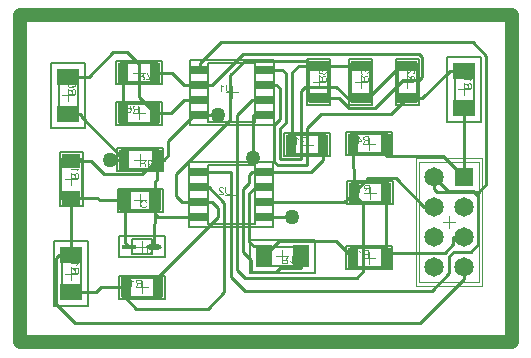
<source format=gtl>
G04*
G04 #@! TF.GenerationSoftware,Altium Limited,Altium Designer,21.5.1 (32)*
G04*
G04 Layer_Physical_Order=1*
G04 Layer_Color=255*
%FSLAX43Y43*%
%MOMM*%
G71*
G04*
G04 #@! TF.SameCoordinates,A754A033-3592-4F6C-ACFC-670DDD80417B*
G04*
G04*
G04 #@! TF.FilePolarity,Positive*
G04*
G01*
G75*
%ADD12C,0.200*%
%ADD14C,0.254*%
%ADD15C,1.200*%
%ADD16C,0.100*%
%ADD17C,0.050*%
G04:AMPARAMS|DCode=18|XSize=1.306mm|YSize=0.432mm|CornerRadius=0.216mm|HoleSize=0mm|Usage=FLASHONLY|Rotation=0.000|XOffset=0mm|YOffset=0mm|HoleType=Round|Shape=RoundedRectangle|*
%AMROUNDEDRECTD18*
21,1,1.306,0.000,0,0,0.0*
21,1,0.873,0.432,0,0,0.0*
1,1,0.432,0.437,0.000*
1,1,0.432,-0.437,0.000*
1,1,0.432,-0.437,0.000*
1,1,0.432,0.437,0.000*
%
%ADD18ROUNDEDRECTD18*%
%ADD19R,1.306X0.432*%
%ADD20R,1.858X1.355*%
%ADD21R,1.500X1.300*%
G04:AMPARAMS|DCode=22|XSize=1.55mm|YSize=0.6mm|CornerRadius=0.051mm|HoleSize=0mm|Usage=FLASHONLY|Rotation=180.000|XOffset=0mm|YOffset=0mm|HoleType=Round|Shape=RoundedRectangle|*
%AMROUNDEDRECTD22*
21,1,1.550,0.498,0,0,180.0*
21,1,1.448,0.600,0,0,180.0*
1,1,0.102,-0.724,0.249*
1,1,0.102,0.724,0.249*
1,1,0.102,0.724,-0.249*
1,1,0.102,-0.724,-0.249*
%
%ADD22ROUNDEDRECTD22*%
%ADD23R,0.955X1.658*%
%ADD24R,1.355X1.858*%
%ADD25R,1.658X0.955*%
%ADD26R,1.106X1.658*%
%ADD30C,1.650*%
%ADD31R,1.650X1.650*%
%ADD32C,1.270*%
G36*
X10338Y7452D02*
X10584D01*
X10600Y7453D01*
X10619Y7454D01*
X10637Y7456D01*
X10656Y7459D01*
X10672Y7461D01*
X10672D01*
X10674Y7462D01*
X10677D01*
X10681Y7464D01*
X10691Y7467D01*
X10704Y7472D01*
X10719Y7478D01*
X10734Y7486D01*
X10750Y7496D01*
X10765Y7508D01*
X10766Y7509D01*
X10767Y7509D01*
X10770Y7512D01*
X10773Y7515D01*
X10783Y7524D01*
X10794Y7537D01*
X10806Y7553D01*
X10819Y7571D01*
X10831Y7593D01*
X10841Y7617D01*
Y7618D01*
X10842Y7619D01*
X10844Y7623D01*
X10844Y7629D01*
X10847Y7635D01*
X10849Y7643D01*
X10851Y7651D01*
X10854Y7661D01*
X10856Y7671D01*
X10858Y7683D01*
X10863Y7709D01*
X10866Y7738D01*
X10867Y7769D01*
Y7770D01*
Y7772D01*
Y7777D01*
Y7781D01*
X10866Y7788D01*
Y7795D01*
X10865Y7813D01*
X10862Y7833D01*
X10859Y7854D01*
X10855Y7877D01*
X10849Y7899D01*
Y7900D01*
X10848Y7901D01*
X10847Y7904D01*
X10846Y7908D01*
X10843Y7918D01*
X10837Y7931D01*
X10832Y7946D01*
X10824Y7961D01*
X10815Y7976D01*
X10806Y7991D01*
X10805Y7993D01*
X10801Y7998D01*
X10795Y8004D01*
X10788Y8012D01*
X10780Y8022D01*
X10770Y8031D01*
X10759Y8041D01*
X10747Y8049D01*
X10746Y8050D01*
X10742Y8053D01*
X10735Y8057D01*
X10726Y8061D01*
X10715Y8067D01*
X10702Y8072D01*
X10687Y8077D01*
X10671Y8082D01*
X10669D01*
X10666Y8083D01*
X10663Y8084D01*
X10654Y8085D01*
X10641Y8086D01*
X10626Y8088D01*
X10609Y8090D01*
X10589Y8091D01*
X10568Y8092D01*
X10338D01*
Y7452D01*
D02*
G37*
G36*
X11168Y7592D02*
X11167Y7593D01*
X11163Y7596D01*
X11157Y7602D01*
X11148Y7608D01*
X11138Y7617D01*
X11125Y7626D01*
X11110Y7636D01*
X11093Y7646D01*
X11092D01*
X11091Y7647D01*
X11086Y7651D01*
X11077Y7656D01*
X11065Y7661D01*
X11052Y7668D01*
X11039Y7674D01*
X11025Y7681D01*
X11011Y7686D01*
Y7610D01*
X11012D01*
X11014Y7608D01*
X11017Y7607D01*
X11022Y7605D01*
X11028Y7602D01*
X11034Y7598D01*
X11050Y7589D01*
X11068Y7579D01*
X11087Y7566D01*
X11106Y7551D01*
X11126Y7535D01*
X11126Y7534D01*
X11127Y7534D01*
X11130Y7531D01*
X11134Y7528D01*
X11142Y7519D01*
X11153Y7508D01*
X11164Y7495D01*
X11176Y7480D01*
X11187Y7465D01*
X11196Y7449D01*
X11247D01*
Y8092D01*
X11168D01*
Y7592D01*
D02*
G37*
G36*
X4327Y21954D02*
X4320Y21954D01*
X4312Y21953D01*
X4302Y21951D01*
X4291Y21949D01*
X4267Y21943D01*
X4242Y21934D01*
X4229Y21929D01*
X4217Y21921D01*
X4204Y21914D01*
X4192Y21904D01*
X4192Y21904D01*
X4189Y21902D01*
X4185Y21898D01*
X4180Y21893D01*
X4175Y21887D01*
X4167Y21880D01*
X4161Y21870D01*
X4154Y21860D01*
X4146Y21849D01*
X4140Y21836D01*
X4133Y21822D01*
X4127Y21807D01*
X4122Y21792D01*
X4118Y21774D01*
X4116Y21756D01*
X4115Y21736D01*
Y21728D01*
X4116Y21721D01*
X4117Y21714D01*
X4118Y21706D01*
X4118Y21696D01*
X4121Y21685D01*
X4127Y21662D01*
X4135Y21639D01*
X4141Y21627D01*
X4147Y21615D01*
X4155Y21604D01*
X4163Y21593D01*
X4164Y21592D01*
X4165Y21590D01*
X4168Y21588D01*
X4172Y21585D01*
X4177Y21580D01*
X4182Y21575D01*
X4190Y21570D01*
X4198Y21565D01*
X4206Y21560D01*
X4216Y21554D01*
X4239Y21544D01*
X4265Y21536D01*
X4278Y21533D01*
X4293Y21531D01*
X4300Y21613D01*
X4299D01*
X4297D01*
X4294Y21614D01*
X4290Y21615D01*
X4279Y21618D01*
X4266Y21622D01*
X4252Y21627D01*
X4236Y21635D01*
X4222Y21644D01*
X4209Y21655D01*
X4208Y21657D01*
X4204Y21660D01*
X4200Y21668D01*
X4194Y21678D01*
X4189Y21689D01*
X4184Y21703D01*
X4180Y21719D01*
X4180Y21736D01*
Y21742D01*
X4180Y21745D01*
X4181Y21757D01*
X4185Y21770D01*
X4190Y21785D01*
X4197Y21801D01*
X4208Y21818D01*
X4215Y21825D01*
X4222Y21832D01*
X4223Y21833D01*
X4224Y21834D01*
X4227Y21836D01*
X4229Y21839D01*
X4240Y21845D01*
X4253Y21853D01*
X4268Y21859D01*
X4288Y21866D01*
X4311Y21870D01*
X4323Y21872D01*
X4336D01*
X4337D01*
X4339D01*
X4342D01*
X4347Y21871D01*
X4352D01*
X4359Y21870D01*
X4374Y21868D01*
X4391Y21863D01*
X4409Y21856D01*
X4425Y21847D01*
X4441Y21834D01*
X4442D01*
X4443Y21832D01*
X4448Y21828D01*
X4454Y21819D01*
X4462Y21808D01*
X4468Y21794D01*
X4474Y21777D01*
X4479Y21757D01*
X4481Y21746D01*
Y21729D01*
X4480Y21721D01*
X4479Y21712D01*
X4476Y21701D01*
X4474Y21690D01*
X4469Y21678D01*
X4463Y21666D01*
X4462Y21665D01*
X4461Y21661D01*
X4456Y21656D01*
X4451Y21648D01*
X4445Y21641D01*
X4437Y21634D01*
X4428Y21625D01*
X4418Y21619D01*
X4428Y21545D01*
X4757Y21607D01*
Y21925D01*
X4682D01*
Y21669D01*
X4510Y21635D01*
X4510Y21635D01*
X4511Y21637D01*
X4513Y21640D01*
X4516Y21645D01*
X4519Y21650D01*
X4523Y21657D01*
X4530Y21672D01*
X4537Y21690D01*
X4544Y21710D01*
X4548Y21733D01*
X4550Y21744D01*
Y21764D01*
X4549Y21770D01*
X4548Y21777D01*
X4547Y21785D01*
X4546Y21794D01*
X4543Y21805D01*
X4536Y21827D01*
X4532Y21839D01*
X4525Y21851D01*
X4519Y21863D01*
X4511Y21875D01*
X4502Y21886D01*
X4492Y21897D01*
X4491Y21898D01*
X4489Y21900D01*
X4486Y21903D01*
X4482Y21906D01*
X4475Y21911D01*
X4469Y21916D01*
X4461Y21921D01*
X4451Y21927D01*
X4441Y21931D01*
X4430Y21937D01*
X4417Y21941D01*
X4404Y21946D01*
X4390Y21950D01*
X4375Y21953D01*
X4359Y21954D01*
X4342Y21955D01*
X4341D01*
X4339D01*
X4334D01*
X4327Y21954D01*
D02*
G37*
G36*
X4126Y21376D02*
X4259Y21292D01*
X4260D01*
X4262Y21290D01*
X4265Y21288D01*
X4268Y21285D01*
X4278Y21279D01*
X4291Y21270D01*
X4305Y21260D01*
X4320Y21250D01*
X4334Y21240D01*
X4347Y21230D01*
X4348Y21230D01*
X4351Y21227D01*
X4357Y21222D01*
X4364Y21216D01*
X4377Y21202D01*
X4384Y21194D01*
X4389Y21187D01*
X4390Y21186D01*
X4391Y21184D01*
X4393Y21181D01*
X4396Y21175D01*
X4399Y21169D01*
X4401Y21163D01*
X4406Y21148D01*
Y21147D01*
X4407Y21145D01*
Y21142D01*
X4408Y21137D01*
X4409Y21131D01*
Y21123D01*
X4410Y21113D01*
Y21004D01*
X4126D01*
Y20919D01*
X4766D01*
Y21216D01*
X4765Y21223D01*
Y21231D01*
X4764Y21251D01*
X4761Y21271D01*
X4758Y21293D01*
X4754Y21314D01*
X4751Y21324D01*
X4748Y21332D01*
Y21333D01*
X4747Y21334D01*
X4744Y21340D01*
X4741Y21348D01*
X4734Y21358D01*
X4726Y21369D01*
X4715Y21381D01*
X4702Y21392D01*
X4687Y21403D01*
X4686D01*
X4685Y21404D01*
X4680Y21408D01*
X4670Y21412D01*
X4658Y21417D01*
X4645Y21422D01*
X4628Y21427D01*
X4610Y21429D01*
X4591Y21430D01*
X4590D01*
X4588D01*
X4584D01*
X4580Y21429D01*
X4573D01*
X4567Y21428D01*
X4551Y21425D01*
X4533Y21419D01*
X4513Y21412D01*
X4494Y21401D01*
X4485Y21393D01*
X4475Y21386D01*
X4474Y21385D01*
X4474Y21384D01*
X4471Y21381D01*
X4468Y21378D01*
X4464Y21373D01*
X4461Y21367D01*
X4456Y21360D01*
X4450Y21353D01*
X4446Y21343D01*
X4441Y21333D01*
X4436Y21322D01*
X4431Y21310D01*
X4427Y21296D01*
X4423Y21282D01*
X4420Y21267D01*
X4417Y21250D01*
X4416Y21252D01*
X4414Y21255D01*
X4411Y21261D01*
X4407Y21268D01*
X4397Y21285D01*
X4390Y21293D01*
X4385Y21301D01*
X4383Y21303D01*
X4378Y21307D01*
X4371Y21315D01*
X4362Y21324D01*
X4349Y21334D01*
X4335Y21346D01*
X4318Y21358D01*
X4300Y21371D01*
X4126Y21481D01*
Y21376D01*
D02*
G37*
G36*
X4571Y15335D02*
X4566D01*
X4551Y15332D01*
X4533Y15330D01*
X4515Y15325D01*
X4495Y15319D01*
X4475Y15309D01*
X4474D01*
X4473Y15308D01*
X4470Y15307D01*
X4467Y15305D01*
X4458Y15299D01*
X4446Y15291D01*
X4433Y15281D01*
X4420Y15269D01*
X4407Y15254D01*
X4396Y15238D01*
Y15237D01*
X4395Y15236D01*
X4393Y15234D01*
X4392Y15230D01*
X4387Y15221D01*
X4383Y15209D01*
X4377Y15193D01*
X4373Y15175D01*
X4370Y15156D01*
X4369Y15135D01*
Y15130D01*
X4370Y15125D01*
Y15118D01*
X4371Y15110D01*
X4372Y15100D01*
X4375Y15089D01*
X4378Y15078D01*
X4382Y15065D01*
X4386Y15052D01*
X4392Y15039D01*
X4399Y15025D01*
X4408Y15013D01*
X4417Y15000D01*
X4428Y14987D01*
X4441Y14975D01*
X4442Y14974D01*
X4445Y14972D01*
X4448Y14969D01*
X4455Y14965D01*
X4463Y14960D01*
X4472Y14955D01*
X4484Y14950D01*
X4497Y14944D01*
X4513Y14938D01*
X4531Y14932D01*
X4550Y14927D01*
X4571Y14923D01*
X4595Y14918D01*
X4621Y14915D01*
X4649Y14914D01*
X4679Y14913D01*
X4679D01*
X4680D01*
X4683D01*
X4687D01*
X4696Y14914D01*
X4709D01*
X4724Y14915D01*
X4741Y14916D01*
X4761Y14918D01*
X4782Y14921D01*
X4803Y14925D01*
X4826Y14929D01*
X4849Y14935D01*
X4871Y14941D01*
X4892Y14950D01*
X4912Y14959D01*
X4932Y14969D01*
X4948Y14981D01*
X4949Y14982D01*
X4951Y14984D01*
X4955Y14988D01*
X4961Y14992D01*
X4966Y14998D01*
X4972Y15005D01*
X4979Y15014D01*
X4985Y15024D01*
X4992Y15035D01*
X4999Y15047D01*
X5005Y15061D01*
X5011Y15074D01*
X5016Y15090D01*
X5020Y15107D01*
X5022Y15124D01*
X5022Y15143D01*
Y15150D01*
X5022Y15156D01*
Y15162D01*
X5021Y15170D01*
X5017Y15187D01*
X5012Y15207D01*
X5005Y15227D01*
X4994Y15247D01*
X4987Y15258D01*
X4980Y15267D01*
X4979Y15268D01*
X4978Y15269D01*
X4975Y15271D01*
X4973Y15274D01*
X4968Y15279D01*
X4962Y15283D01*
X4949Y15293D01*
X4933Y15303D01*
X4912Y15312D01*
X4889Y15320D01*
X4863Y15326D01*
X4857Y15247D01*
X4858D01*
X4859Y15246D01*
X4864Y15246D01*
X4873Y15243D01*
X4883Y15239D01*
X4894Y15235D01*
X4905Y15230D01*
X4915Y15223D01*
X4924Y15217D01*
X4925Y15215D01*
X4929Y15211D01*
X4935Y15205D01*
X4941Y15196D01*
X4947Y15184D01*
X4952Y15171D01*
X4956Y15155D01*
X4958Y15138D01*
Y15132D01*
X4957Y15124D01*
X4955Y15116D01*
X4952Y15105D01*
X4948Y15094D01*
X4944Y15083D01*
X4936Y15072D01*
X4936Y15070D01*
X4932Y15065D01*
X4925Y15059D01*
X4916Y15050D01*
X4905Y15041D01*
X4892Y15031D01*
X4875Y15022D01*
X4857Y15013D01*
X4856D01*
X4854Y15012D01*
X4851Y15011D01*
X4848Y15009D01*
X4842Y15008D01*
X4836Y15006D01*
X4828Y15004D01*
X4819Y15002D01*
X4809Y15000D01*
X4798Y14998D01*
X4786Y14996D01*
X4773Y14995D01*
X4758Y14993D01*
X4743Y14992D01*
X4727Y14991D01*
X4710D01*
X4711Y14992D01*
X4716Y14996D01*
X4724Y15002D01*
X4733Y15011D01*
X4744Y15020D01*
X4754Y15032D01*
X4765Y15045D01*
X4774Y15060D01*
Y15061D01*
X4775Y15062D01*
X4777Y15067D01*
X4780Y15075D01*
X4785Y15087D01*
X4789Y15099D01*
X4791Y15114D01*
X4794Y15130D01*
X4795Y15147D01*
Y15154D01*
X4794Y15160D01*
X4793Y15167D01*
X4792Y15174D01*
X4790Y15184D01*
X4788Y15193D01*
X4781Y15214D01*
X4777Y15225D01*
X4770Y15236D01*
X4764Y15247D01*
X4756Y15259D01*
X4747Y15271D01*
X4737Y15281D01*
X4736Y15282D01*
X4734Y15283D01*
X4731Y15286D01*
X4727Y15289D01*
X4720Y15294D01*
X4714Y15298D01*
X4705Y15303D01*
X4696Y15308D01*
X4686Y15314D01*
X4675Y15319D01*
X4662Y15323D01*
X4649Y15328D01*
X4635Y15331D01*
X4619Y15333D01*
X4604Y15335D01*
X4587Y15336D01*
X4586D01*
X4584D01*
X4581D01*
X4577D01*
X4571Y15335D01*
D02*
G37*
G36*
X4380Y14636D02*
X4880D01*
X4879Y14635D01*
X4875Y14631D01*
X4870Y14625D01*
X4863Y14616D01*
X4855Y14606D01*
X4846Y14593D01*
X4836Y14578D01*
X4826Y14561D01*
Y14560D01*
X4825Y14560D01*
X4821Y14554D01*
X4816Y14545D01*
X4811Y14534D01*
X4804Y14521D01*
X4798Y14507D01*
X4791Y14493D01*
X4786Y14479D01*
X4862D01*
Y14480D01*
X4863Y14482D01*
X4864Y14486D01*
X4867Y14490D01*
X4870Y14496D01*
X4874Y14502D01*
X4883Y14518D01*
X4893Y14536D01*
X4906Y14555D01*
X4921Y14574D01*
X4936Y14594D01*
X4937Y14595D01*
X4938Y14596D01*
X4941Y14598D01*
X4944Y14602D01*
X4953Y14610D01*
X4964Y14621D01*
X4977Y14633D01*
X4992Y14645D01*
X5007Y14655D01*
X5022Y14664D01*
Y14715D01*
X4380D01*
Y14636D01*
D02*
G37*
G36*
Y14264D02*
X4513Y14180D01*
X4514D01*
X4516Y14178D01*
X4519Y14176D01*
X4522Y14173D01*
X4532Y14167D01*
X4545Y14158D01*
X4559Y14148D01*
X4574Y14138D01*
X4588Y14128D01*
X4601Y14118D01*
X4602Y14118D01*
X4605Y14115D01*
X4611Y14110D01*
X4617Y14104D01*
X4631Y14090D01*
X4638Y14082D01*
X4643Y14075D01*
X4644Y14074D01*
X4645Y14072D01*
X4647Y14069D01*
X4650Y14063D01*
X4653Y14057D01*
X4655Y14051D01*
X4660Y14036D01*
Y14035D01*
X4661Y14033D01*
Y14030D01*
X4662Y14025D01*
X4663Y14019D01*
Y14011D01*
X4664Y14001D01*
Y13892D01*
X4380D01*
Y13807D01*
X5020D01*
Y14104D01*
X5019Y14111D01*
Y14119D01*
X5018Y14139D01*
X5015Y14159D01*
X5012Y14181D01*
X5008Y14202D01*
X5005Y14212D01*
X5002Y14220D01*
Y14221D01*
X5001Y14222D01*
X4998Y14228D01*
X4995Y14236D01*
X4988Y14246D01*
X4980Y14257D01*
X4969Y14269D01*
X4956Y14280D01*
X4941Y14291D01*
X4940D01*
X4939Y14292D01*
X4934Y14296D01*
X4924Y14300D01*
X4912Y14305D01*
X4899Y14310D01*
X4882Y14314D01*
X4864Y14317D01*
X4845Y14318D01*
X4844D01*
X4842D01*
X4838D01*
X4834Y14317D01*
X4827D01*
X4821Y14316D01*
X4805Y14313D01*
X4787Y14307D01*
X4767Y14300D01*
X4748Y14289D01*
X4739Y14281D01*
X4729Y14274D01*
X4728Y14273D01*
X4728Y14272D01*
X4725Y14269D01*
X4722Y14266D01*
X4718Y14261D01*
X4715Y14255D01*
X4710Y14248D01*
X4704Y14241D01*
X4700Y14231D01*
X4695Y14221D01*
X4690Y14210D01*
X4685Y14198D01*
X4681Y14184D01*
X4677Y14170D01*
X4674Y14155D01*
X4671Y14138D01*
X4670Y14140D01*
X4668Y14143D01*
X4665Y14149D01*
X4661Y14156D01*
X4651Y14173D01*
X4644Y14181D01*
X4639Y14189D01*
X4637Y14191D01*
X4632Y14195D01*
X4625Y14203D01*
X4616Y14212D01*
X4603Y14222D01*
X4589Y14234D01*
X4572Y14246D01*
X4554Y14259D01*
X4380Y14369D01*
Y14264D01*
D02*
G37*
G36*
X4581Y7339D02*
X4574Y7338D01*
X4566Y7337D01*
X4556Y7335D01*
X4545Y7333D01*
X4521Y7328D01*
X4496Y7319D01*
X4483Y7313D01*
X4471Y7306D01*
X4458Y7298D01*
X4446Y7289D01*
X4446Y7288D01*
X4443Y7286D01*
X4439Y7282D01*
X4434Y7278D01*
X4429Y7271D01*
X4421Y7264D01*
X4415Y7255D01*
X4408Y7245D01*
X4400Y7233D01*
X4394Y7220D01*
X4387Y7207D01*
X4381Y7192D01*
X4376Y7176D01*
X4372Y7159D01*
X4370Y7140D01*
X4369Y7121D01*
Y7112D01*
X4370Y7106D01*
X4371Y7098D01*
X4372Y7090D01*
X4372Y7080D01*
X4375Y7070D01*
X4381Y7047D01*
X4389Y7024D01*
X4395Y7012D01*
X4401Y7000D01*
X4409Y6988D01*
X4417Y6977D01*
X4418Y6976D01*
X4419Y6975D01*
X4422Y6973D01*
X4426Y6969D01*
X4431Y6964D01*
X4436Y6960D01*
X4444Y6954D01*
X4452Y6950D01*
X4460Y6944D01*
X4470Y6939D01*
X4493Y6928D01*
X4519Y6920D01*
X4532Y6917D01*
X4547Y6915D01*
X4554Y6998D01*
X4553D01*
X4551D01*
X4548Y6999D01*
X4544Y7000D01*
X4533Y7002D01*
X4519Y7006D01*
X4506Y7012D01*
X4490Y7019D01*
X4476Y7028D01*
X4463Y7039D01*
X4462Y7041D01*
X4458Y7045D01*
X4454Y7052D01*
X4448Y7062D01*
X4443Y7073D01*
X4438Y7087D01*
X4434Y7103D01*
X4434Y7121D01*
Y7126D01*
X4434Y7130D01*
X4435Y7141D01*
X4439Y7154D01*
X4444Y7170D01*
X4451Y7185D01*
X4462Y7202D01*
X4469Y7209D01*
X4476Y7217D01*
X4477Y7218D01*
X4478Y7219D01*
X4481Y7220D01*
X4483Y7223D01*
X4494Y7230D01*
X4507Y7237D01*
X4522Y7244D01*
X4542Y7250D01*
X4565Y7255D01*
X4577Y7257D01*
X4590D01*
X4591D01*
X4593D01*
X4596D01*
X4601Y7256D01*
X4606D01*
X4613Y7255D01*
X4628Y7252D01*
X4645Y7247D01*
X4663Y7241D01*
X4679Y7232D01*
X4695Y7219D01*
X4696D01*
X4697Y7217D01*
X4702Y7212D01*
X4708Y7204D01*
X4715Y7193D01*
X4722Y7178D01*
X4728Y7161D01*
X4733Y7142D01*
X4735Y7131D01*
Y7113D01*
X4734Y7106D01*
X4733Y7097D01*
X4730Y7086D01*
X4728Y7074D01*
X4723Y7062D01*
X4717Y7050D01*
X4716Y7049D01*
X4715Y7046D01*
X4710Y7040D01*
X4705Y7033D01*
X4699Y7025D01*
X4691Y7018D01*
X4682Y7010D01*
X4672Y7003D01*
X4682Y6929D01*
X5011Y6991D01*
Y7309D01*
X4936D01*
Y7053D01*
X4764Y7019D01*
X4765Y7020D01*
X4765Y7022D01*
X4767Y7024D01*
X4770Y7029D01*
X4773Y7035D01*
X4777Y7041D01*
X4784Y7056D01*
X4791Y7074D01*
X4798Y7095D01*
X4802Y7117D01*
X4804Y7128D01*
Y7148D01*
X4803Y7154D01*
X4802Y7161D01*
X4801Y7170D01*
X4800Y7179D01*
X4797Y7189D01*
X4790Y7211D01*
X4786Y7223D01*
X4779Y7235D01*
X4773Y7247D01*
X4765Y7259D01*
X4756Y7270D01*
X4746Y7282D01*
X4745Y7282D01*
X4743Y7284D01*
X4740Y7287D01*
X4736Y7291D01*
X4729Y7295D01*
X4723Y7300D01*
X4715Y7306D01*
X4705Y7311D01*
X4695Y7316D01*
X4684Y7321D01*
X4671Y7326D01*
X4658Y7331D01*
X4644Y7334D01*
X4629Y7337D01*
X4613Y7339D01*
X4596Y7340D01*
X4595D01*
X4593D01*
X4588D01*
X4581Y7339D01*
D02*
G37*
G36*
X4380Y6635D02*
X4880D01*
X4879Y6634D01*
X4875Y6630D01*
X4870Y6624D01*
X4863Y6615D01*
X4855Y6605D01*
X4846Y6592D01*
X4836Y6577D01*
X4826Y6560D01*
Y6559D01*
X4825Y6559D01*
X4821Y6553D01*
X4816Y6544D01*
X4811Y6533D01*
X4804Y6520D01*
X4798Y6506D01*
X4791Y6492D01*
X4786Y6478D01*
X4862D01*
Y6479D01*
X4863Y6481D01*
X4864Y6485D01*
X4867Y6489D01*
X4870Y6495D01*
X4874Y6501D01*
X4883Y6517D01*
X4893Y6535D01*
X4906Y6554D01*
X4921Y6573D01*
X4936Y6593D01*
X4937Y6594D01*
X4938Y6595D01*
X4941Y6597D01*
X4944Y6601D01*
X4953Y6609D01*
X4964Y6620D01*
X4977Y6632D01*
X4992Y6644D01*
X5007Y6654D01*
X5022Y6663D01*
Y6714D01*
X4380D01*
Y6635D01*
D02*
G37*
G36*
Y6263D02*
X4513Y6179D01*
X4514D01*
X4516Y6177D01*
X4519Y6175D01*
X4522Y6172D01*
X4532Y6166D01*
X4545Y6157D01*
X4559Y6147D01*
X4574Y6137D01*
X4588Y6127D01*
X4601Y6117D01*
X4602Y6117D01*
X4605Y6114D01*
X4611Y6109D01*
X4617Y6103D01*
X4631Y6089D01*
X4638Y6081D01*
X4643Y6074D01*
X4644Y6073D01*
X4645Y6071D01*
X4647Y6068D01*
X4650Y6062D01*
X4653Y6056D01*
X4655Y6050D01*
X4660Y6035D01*
Y6034D01*
X4661Y6032D01*
Y6029D01*
X4662Y6024D01*
X4663Y6018D01*
Y6010D01*
X4664Y6000D01*
Y5891D01*
X4380D01*
Y5806D01*
X5020D01*
Y6103D01*
X5019Y6110D01*
Y6118D01*
X5018Y6138D01*
X5015Y6158D01*
X5012Y6180D01*
X5008Y6201D01*
X5005Y6211D01*
X5002Y6219D01*
Y6220D01*
X5001Y6221D01*
X4998Y6227D01*
X4995Y6235D01*
X4988Y6245D01*
X4980Y6256D01*
X4969Y6268D01*
X4956Y6279D01*
X4941Y6290D01*
X4940D01*
X4939Y6291D01*
X4934Y6295D01*
X4924Y6299D01*
X4912Y6304D01*
X4899Y6309D01*
X4882Y6313D01*
X4864Y6316D01*
X4845Y6317D01*
X4844D01*
X4842D01*
X4838D01*
X4834Y6316D01*
X4827D01*
X4821Y6315D01*
X4805Y6312D01*
X4787Y6306D01*
X4767Y6299D01*
X4748Y6288D01*
X4739Y6280D01*
X4729Y6273D01*
X4728Y6272D01*
X4728Y6271D01*
X4725Y6268D01*
X4722Y6265D01*
X4718Y6260D01*
X4715Y6254D01*
X4710Y6247D01*
X4704Y6240D01*
X4700Y6230D01*
X4695Y6220D01*
X4690Y6209D01*
X4685Y6197D01*
X4681Y6183D01*
X4677Y6169D01*
X4674Y6154D01*
X4671Y6137D01*
X4670Y6139D01*
X4668Y6142D01*
X4665Y6148D01*
X4661Y6155D01*
X4651Y6172D01*
X4644Y6180D01*
X4639Y6188D01*
X4637Y6190D01*
X4632Y6194D01*
X4625Y6202D01*
X4616Y6211D01*
X4603Y6221D01*
X4589Y6233D01*
X4572Y6245D01*
X4554Y6258D01*
X4380Y6368D01*
Y6263D01*
D02*
G37*
G36*
X17404Y12767D02*
Y12766D01*
Y12763D01*
Y12758D01*
Y12751D01*
X17405Y12743D01*
Y12734D01*
X17406Y12723D01*
X17407Y12712D01*
X17410Y12687D01*
X17413Y12661D01*
X17419Y12636D01*
X17423Y12624D01*
X17426Y12613D01*
Y12612D01*
X17427Y12610D01*
X17429Y12607D01*
X17431Y12604D01*
X17436Y12593D01*
X17445Y12580D01*
X17456Y12566D01*
X17469Y12551D01*
X17485Y12535D01*
X17506Y12521D01*
X17507D01*
X17509Y12519D01*
X17511Y12518D01*
X17516Y12516D01*
X17521Y12513D01*
X17529Y12510D01*
X17536Y12507D01*
X17546Y12504D01*
X17556Y12500D01*
X17567Y12497D01*
X17579Y12494D01*
X17593Y12492D01*
X17607Y12490D01*
X17621Y12488D01*
X17655Y12486D01*
X17663D01*
X17669Y12487D01*
X17677D01*
X17686Y12488D01*
X17696Y12489D01*
X17706Y12490D01*
X17729Y12494D01*
X17754Y12499D01*
X17778Y12506D01*
X17802Y12517D01*
X17803D01*
X17804Y12518D01*
X17807Y12520D01*
X17811Y12522D01*
X17821Y12530D01*
X17833Y12540D01*
X17847Y12553D01*
X17860Y12567D01*
X17873Y12586D01*
X17883Y12606D01*
Y12607D01*
X17884Y12609D01*
X17885Y12613D01*
X17887Y12617D01*
X17889Y12623D01*
X17890Y12630D01*
X17893Y12639D01*
X17895Y12649D01*
X17897Y12660D01*
X17900Y12672D01*
X17901Y12685D01*
X17903Y12699D01*
X17905Y12714D01*
X17906Y12731D01*
X17907Y12749D01*
Y12767D01*
Y13137D01*
X17822D01*
Y12767D01*
Y12766D01*
Y12763D01*
Y12759D01*
Y12753D01*
X17821Y12747D01*
Y12739D01*
X17820Y12721D01*
X17818Y12701D01*
X17815Y12680D01*
X17812Y12661D01*
X17810Y12653D01*
X17807Y12644D01*
X17806Y12642D01*
X17804Y12638D01*
X17800Y12631D01*
X17794Y12622D01*
X17788Y12613D01*
X17778Y12603D01*
X17767Y12592D01*
X17754Y12584D01*
X17753Y12583D01*
X17748Y12580D01*
X17740Y12578D01*
X17729Y12574D01*
X17716Y12569D01*
X17699Y12567D01*
X17681Y12564D01*
X17662Y12563D01*
X17653D01*
X17647Y12564D01*
X17639D01*
X17631Y12565D01*
X17610Y12568D01*
X17588Y12573D01*
X17567Y12580D01*
X17546Y12591D01*
X17537Y12597D01*
X17529Y12604D01*
X17528Y12605D01*
X17527Y12606D01*
X17525Y12609D01*
X17522Y12613D01*
X17520Y12618D01*
X17516Y12624D01*
X17512Y12632D01*
X17509Y12641D01*
X17505Y12651D01*
X17502Y12663D01*
X17498Y12677D01*
X17496Y12691D01*
X17493Y12708D01*
X17491Y12726D01*
X17489Y12746D01*
Y12767D01*
Y13137D01*
X17404D01*
Y12767D01*
D02*
G37*
G36*
X17068Y13139D02*
X17060Y13138D01*
X17051Y13137D01*
X17041Y13135D01*
X17031Y13133D01*
X17006Y13127D01*
X16982Y13118D01*
X16970Y13112D01*
X16958Y13106D01*
X16947Y13097D01*
X16937Y13088D01*
X16936Y13087D01*
X16934Y13086D01*
X16933Y13082D01*
X16929Y13079D01*
X16924Y13074D01*
X16920Y13068D01*
X16915Y13061D01*
X16909Y13053D01*
X16900Y13035D01*
X16891Y13013D01*
X16887Y13002D01*
X16885Y12989D01*
X16884Y12976D01*
X16883Y12962D01*
Y12960D01*
Y12956D01*
X16884Y12948D01*
X16884Y12938D01*
X16886Y12927D01*
X16890Y12914D01*
X16894Y12900D01*
X16899Y12886D01*
X16900Y12885D01*
X16902Y12880D01*
X16906Y12873D01*
X16911Y12862D01*
X16919Y12851D01*
X16928Y12837D01*
X16939Y12824D01*
X16952Y12808D01*
X16954Y12806D01*
X16958Y12800D01*
X16963Y12796D01*
X16968Y12791D01*
X16973Y12786D01*
X16981Y12778D01*
X16988Y12771D01*
X16997Y12763D01*
X17006Y12753D01*
X17018Y12743D01*
X17030Y12733D01*
X17043Y12721D01*
X17057Y12709D01*
X17072Y12696D01*
X17073Y12695D01*
X17075Y12693D01*
X17079Y12690D01*
X17083Y12687D01*
X17089Y12681D01*
X17095Y12676D01*
X17110Y12664D01*
X17126Y12650D01*
X17141Y12636D01*
X17153Y12624D01*
X17159Y12619D01*
X17164Y12615D01*
X17165Y12614D01*
X17167Y12611D01*
X17171Y12607D01*
X17176Y12602D01*
X17180Y12595D01*
X17186Y12589D01*
X17197Y12573D01*
X16882D01*
Y12497D01*
X17306D01*
Y12498D01*
Y12502D01*
Y12507D01*
X17305Y12515D01*
X17304Y12523D01*
X17302Y12532D01*
X17301Y12542D01*
X17297Y12552D01*
Y12553D01*
X17296Y12554D01*
X17294Y12559D01*
X17290Y12567D01*
X17285Y12579D01*
X17277Y12592D01*
X17268Y12606D01*
X17258Y12621D01*
X17245Y12637D01*
Y12638D01*
X17243Y12639D01*
X17239Y12644D01*
X17230Y12653D01*
X17218Y12665D01*
X17204Y12678D01*
X17187Y12695D01*
X17166Y12714D01*
X17142Y12733D01*
X17141Y12734D01*
X17138Y12737D01*
X17132Y12741D01*
X17126Y12747D01*
X17117Y12754D01*
X17107Y12763D01*
X17097Y12772D01*
X17085Y12782D01*
X17062Y12804D01*
X17039Y12826D01*
X17028Y12837D01*
X17018Y12849D01*
X17008Y12859D01*
X17001Y12869D01*
Y12870D01*
X16999Y12871D01*
X16997Y12874D01*
X16995Y12877D01*
X16989Y12887D01*
X16982Y12899D01*
X16975Y12914D01*
X16969Y12930D01*
X16965Y12947D01*
X16963Y12964D01*
Y12965D01*
Y12966D01*
X16964Y12972D01*
X16965Y12981D01*
X16968Y12991D01*
X16971Y13004D01*
X16978Y13017D01*
X16986Y13030D01*
X16997Y13043D01*
X16999Y13045D01*
X17004Y13048D01*
X17010Y13053D01*
X17020Y13059D01*
X17033Y13065D01*
X17048Y13070D01*
X17066Y13074D01*
X17085Y13075D01*
X17091D01*
X17094Y13074D01*
X17105Y13073D01*
X17118Y13070D01*
X17132Y13067D01*
X17148Y13060D01*
X17163Y13052D01*
X17177Y13041D01*
X17178Y13039D01*
X17182Y13034D01*
X17188Y13027D01*
X17193Y13016D01*
X17200Y13003D01*
X17205Y12986D01*
X17209Y12968D01*
X17211Y12947D01*
X17291Y12955D01*
Y12956D01*
X17290Y12959D01*
Y12963D01*
X17289Y12970D01*
X17288Y12977D01*
X17286Y12985D01*
X17283Y12996D01*
X17280Y13006D01*
X17273Y13028D01*
X17262Y13050D01*
X17255Y13061D01*
X17247Y13072D01*
X17239Y13082D01*
X17229Y13092D01*
X17228Y13093D01*
X17227Y13094D01*
X17224Y13096D01*
X17219Y13099D01*
X17214Y13103D01*
X17207Y13106D01*
X17200Y13111D01*
X17190Y13116D01*
X17180Y13120D01*
X17169Y13125D01*
X17157Y13129D01*
X17144Y13132D01*
X17130Y13135D01*
X17116Y13138D01*
X17100Y13139D01*
X17083Y13140D01*
X17074D01*
X17068Y13139D01*
D02*
G37*
G36*
X17455Y21454D02*
Y21453D01*
Y21449D01*
Y21445D01*
Y21438D01*
X17456Y21430D01*
Y21421D01*
X17457Y21410D01*
X17458Y21399D01*
X17460Y21374D01*
X17464Y21348D01*
X17470Y21323D01*
X17473Y21311D01*
X17477Y21300D01*
Y21299D01*
X17478Y21297D01*
X17480Y21294D01*
X17482Y21290D01*
X17487Y21280D01*
X17496Y21267D01*
X17507Y21252D01*
X17520Y21238D01*
X17536Y21222D01*
X17557Y21208D01*
X17557D01*
X17559Y21206D01*
X17562Y21205D01*
X17567Y21203D01*
X17572Y21200D01*
X17580Y21197D01*
X17587Y21194D01*
X17596Y21190D01*
X17606Y21187D01*
X17618Y21184D01*
X17630Y21181D01*
X17643Y21178D01*
X17657Y21177D01*
X17672Y21175D01*
X17705Y21173D01*
X17714D01*
X17720Y21174D01*
X17728D01*
X17737Y21175D01*
X17747Y21176D01*
X17757Y21177D01*
X17780Y21180D01*
X17805Y21186D01*
X17829Y21193D01*
X17852Y21203D01*
X17853D01*
X17855Y21205D01*
X17858Y21207D01*
X17862Y21209D01*
X17872Y21216D01*
X17884Y21227D01*
X17898Y21239D01*
X17911Y21254D01*
X17924Y21273D01*
X17934Y21293D01*
Y21294D01*
X17935Y21296D01*
X17936Y21300D01*
X17937Y21304D01*
X17939Y21310D01*
X17941Y21317D01*
X17944Y21325D01*
X17946Y21336D01*
X17948Y21347D01*
X17950Y21359D01*
X17952Y21372D01*
X17954Y21386D01*
X17956Y21401D01*
X17957Y21418D01*
X17958Y21435D01*
Y21454D01*
Y21824D01*
X17873D01*
Y21454D01*
Y21453D01*
Y21450D01*
Y21446D01*
Y21440D01*
X17872Y21434D01*
Y21425D01*
X17871Y21408D01*
X17869Y21387D01*
X17866Y21367D01*
X17863Y21348D01*
X17861Y21339D01*
X17858Y21331D01*
X17857Y21329D01*
X17855Y21325D01*
X17851Y21318D01*
X17845Y21309D01*
X17839Y21300D01*
X17829Y21289D01*
X17818Y21279D01*
X17805Y21271D01*
X17803Y21270D01*
X17799Y21267D01*
X17790Y21264D01*
X17779Y21261D01*
X17766Y21256D01*
X17750Y21253D01*
X17732Y21251D01*
X17713Y21250D01*
X17704D01*
X17698Y21251D01*
X17690D01*
X17681Y21252D01*
X17661Y21255D01*
X17639Y21260D01*
X17618Y21267D01*
X17597Y21277D01*
X17588Y21284D01*
X17580Y21291D01*
X17579Y21292D01*
X17578Y21293D01*
X17576Y21296D01*
X17573Y21300D01*
X17570Y21305D01*
X17567Y21311D01*
X17563Y21319D01*
X17559Y21327D01*
X17556Y21337D01*
X17553Y21350D01*
X17549Y21363D01*
X17546Y21378D01*
X17544Y21395D01*
X17542Y21412D01*
X17540Y21433D01*
Y21454D01*
Y21824D01*
X17455D01*
Y21454D01*
D02*
G37*
G36*
X17050Y21184D02*
X17128D01*
Y21684D01*
X17129Y21683D01*
X17134Y21680D01*
X17140Y21674D01*
X17149Y21668D01*
X17159Y21659D01*
X17172Y21650D01*
X17187Y21640D01*
X17203Y21630D01*
X17204D01*
X17205Y21629D01*
X17211Y21625D01*
X17220Y21620D01*
X17231Y21615D01*
X17244Y21608D01*
X17258Y21602D01*
X17272Y21595D01*
X17286Y21590D01*
Y21666D01*
X17285D01*
X17283Y21668D01*
X17279Y21668D01*
X17275Y21671D01*
X17269Y21674D01*
X17263Y21678D01*
X17247Y21687D01*
X17228Y21697D01*
X17210Y21710D01*
X17190Y21725D01*
X17171Y21741D01*
X17170Y21742D01*
X17169Y21742D01*
X17166Y21745D01*
X17163Y21748D01*
X17154Y21757D01*
X17143Y21768D01*
X17132Y21781D01*
X17120Y21796D01*
X17110Y21811D01*
X17101Y21827D01*
X17050D01*
Y21184D01*
D02*
G37*
G36*
X8898Y4889D02*
X8811D01*
Y4816D01*
X8898D01*
Y4663D01*
X8977D01*
Y4816D01*
X9255D01*
Y4889D01*
X8962Y5303D01*
X8898D01*
Y4889D01*
D02*
G37*
G36*
X9430Y4663D02*
X9508D01*
Y5163D01*
X9509Y5162D01*
X9514Y5158D01*
X9520Y5153D01*
X9529Y5146D01*
X9539Y5138D01*
X9552Y5129D01*
X9567Y5119D01*
X9583Y5109D01*
X9584D01*
X9585Y5108D01*
X9591Y5104D01*
X9600Y5099D01*
X9611Y5094D01*
X9624Y5087D01*
X9638Y5081D01*
X9652Y5074D01*
X9666Y5069D01*
Y5145D01*
X9665D01*
X9663Y5146D01*
X9659Y5147D01*
X9655Y5150D01*
X9649Y5153D01*
X9643Y5157D01*
X9627Y5166D01*
X9608Y5176D01*
X9590Y5189D01*
X9570Y5204D01*
X9551Y5220D01*
X9550Y5220D01*
X9549Y5221D01*
X9546Y5224D01*
X9543Y5227D01*
X9534Y5236D01*
X9523Y5247D01*
X9512Y5260D01*
X9500Y5275D01*
X9490Y5290D01*
X9481Y5305D01*
X9430D01*
Y4663D01*
D02*
G37*
G36*
X10034Y5302D02*
X10025D01*
X10006Y5301D01*
X9986Y5298D01*
X9963Y5295D01*
X9943Y5291D01*
X9933Y5288D01*
X9925Y5285D01*
X9924D01*
X9923Y5284D01*
X9917Y5281D01*
X9909Y5278D01*
X9899Y5271D01*
X9888Y5263D01*
X9876Y5252D01*
X9864Y5239D01*
X9853Y5224D01*
Y5223D01*
X9852Y5222D01*
X9849Y5217D01*
X9845Y5207D01*
X9839Y5195D01*
X9835Y5182D01*
X9830Y5165D01*
X9827Y5147D01*
X9827Y5128D01*
Y5127D01*
Y5125D01*
Y5122D01*
X9827Y5117D01*
Y5110D01*
X9828Y5104D01*
X9832Y5088D01*
X9838Y5070D01*
X9845Y5050D01*
X9856Y5031D01*
X9864Y5022D01*
X9871Y5012D01*
X9872Y5011D01*
X9873Y5011D01*
X9876Y5008D01*
X9879Y5005D01*
X9884Y5001D01*
X9889Y4998D01*
X9897Y4993D01*
X9904Y4987D01*
X9913Y4983D01*
X9924Y4978D01*
X9935Y4973D01*
X9947Y4968D01*
X9961Y4964D01*
X9974Y4960D01*
X9990Y4957D01*
X10007Y4954D01*
X10005Y4953D01*
X10001Y4951D01*
X9996Y4948D01*
X9988Y4944D01*
X9972Y4934D01*
X9963Y4927D01*
X9956Y4922D01*
X9954Y4920D01*
X9950Y4915D01*
X9942Y4908D01*
X9933Y4899D01*
X9923Y4886D01*
X9911Y4872D01*
X9899Y4855D01*
X9886Y4837D01*
X9776Y4663D01*
X9881D01*
X9965Y4796D01*
Y4797D01*
X9967Y4799D01*
X9969Y4802D01*
X9972Y4805D01*
X9978Y4815D01*
X9986Y4828D01*
X9997Y4842D01*
X10007Y4857D01*
X10017Y4871D01*
X10026Y4884D01*
X10027Y4885D01*
X10030Y4889D01*
X10035Y4894D01*
X10041Y4901D01*
X10055Y4914D01*
X10062Y4921D01*
X10070Y4926D01*
X10071Y4927D01*
X10072Y4928D01*
X10076Y4930D01*
X10082Y4933D01*
X10087Y4936D01*
X10094Y4938D01*
X10109Y4943D01*
X10109D01*
X10111Y4944D01*
X10115D01*
X10120Y4945D01*
X10126Y4946D01*
X10133D01*
X10144Y4947D01*
X10253D01*
Y4663D01*
X10338D01*
Y5303D01*
X10041D01*
X10034Y5302D01*
D02*
G37*
G36*
X28312Y13317D02*
X28300Y13315D01*
X28285Y13312D01*
X28269Y13307D01*
X28252Y13302D01*
X28236Y13294D01*
X28235D01*
X28234Y13294D01*
X28228Y13291D01*
X28220Y13285D01*
X28211Y13279D01*
X28199Y13270D01*
X28188Y13259D01*
X28177Y13247D01*
X28168Y13233D01*
X28167Y13232D01*
X28164Y13227D01*
X28161Y13219D01*
X28156Y13208D01*
X28151Y13196D01*
X28148Y13183D01*
X28145Y13167D01*
X28144Y13151D01*
Y13149D01*
Y13144D01*
X28145Y13136D01*
X28147Y13126D01*
X28150Y13114D01*
X28154Y13101D01*
X28160Y13088D01*
X28167Y13075D01*
X28168Y13073D01*
X28171Y13070D01*
X28176Y13063D01*
X28184Y13056D01*
X28193Y13048D01*
X28204Y13038D01*
X28217Y13030D01*
X28233Y13022D01*
X28232D01*
X28230Y13021D01*
X28227Y13020D01*
X28224Y13019D01*
X28213Y13015D01*
X28200Y13010D01*
X28186Y13002D01*
X28171Y12993D01*
X28157Y12981D01*
X28144Y12967D01*
X28143Y12965D01*
X28139Y12960D01*
X28134Y12951D01*
X28128Y12939D01*
X28123Y12924D01*
X28117Y12906D01*
X28114Y12886D01*
X28113Y12864D01*
Y12863D01*
Y12860D01*
Y12855D01*
X28114Y12850D01*
X28114Y12842D01*
X28116Y12834D01*
X28118Y12825D01*
X28120Y12815D01*
X28127Y12792D01*
X28133Y12780D01*
X28138Y12769D01*
X28146Y12757D01*
X28154Y12745D01*
X28163Y12733D01*
X28175Y12722D01*
X28175Y12721D01*
X28177Y12719D01*
X28181Y12717D01*
X28186Y12713D01*
X28191Y12708D01*
X28199Y12704D01*
X28207Y12698D01*
X28217Y12694D01*
X28227Y12688D01*
X28239Y12682D01*
X28251Y12678D01*
X28265Y12673D01*
X28280Y12669D01*
X28296Y12667D01*
X28311Y12665D01*
X28329Y12664D01*
X28337D01*
X28343Y12665D01*
X28350Y12666D01*
X28359Y12667D01*
X28368Y12669D01*
X28378Y12670D01*
X28400Y12676D01*
X28423Y12685D01*
X28435Y12691D01*
X28446Y12697D01*
X28457Y12706D01*
X28469Y12714D01*
X28469Y12715D01*
X28471Y12717D01*
X28474Y12719D01*
X28477Y12723D01*
X28481Y12728D01*
X28486Y12734D01*
X28492Y12741D01*
X28497Y12749D01*
X28503Y12758D01*
X28508Y12767D01*
X28518Y12790D01*
X28527Y12816D01*
X28530Y12829D01*
X28531Y12844D01*
X28453Y12854D01*
Y12853D01*
X28452Y12852D01*
X28451Y12848D01*
X28450Y12843D01*
X28449Y12838D01*
X28447Y12831D01*
X28443Y12817D01*
X28436Y12801D01*
X28428Y12785D01*
X28419Y12770D01*
X28408Y12757D01*
X28406Y12756D01*
X28402Y12753D01*
X28395Y12748D01*
X28385Y12743D01*
X28374Y12738D01*
X28360Y12733D01*
X28345Y12730D01*
X28328Y12729D01*
X28322D01*
X28319Y12730D01*
X28309Y12730D01*
X28296Y12733D01*
X28281Y12738D01*
X28265Y12744D01*
X28249Y12754D01*
X28235Y12767D01*
X28233Y12768D01*
X28228Y12774D01*
X28223Y12782D01*
X28215Y12793D01*
X28208Y12807D01*
X28202Y12823D01*
X28198Y12841D01*
X28196Y12862D01*
Y12863D01*
Y12865D01*
Y12867D01*
X28197Y12871D01*
X28198Y12881D01*
X28200Y12893D01*
X28204Y12908D01*
X28211Y12923D01*
X28220Y12938D01*
X28232Y12951D01*
X28234Y12953D01*
X28238Y12957D01*
X28246Y12963D01*
X28256Y12969D01*
X28269Y12976D01*
X28285Y12981D01*
X28302Y12985D01*
X28322Y12987D01*
X28330D01*
X28336Y12986D01*
X28345Y12985D01*
X28354Y12983D01*
X28365Y12981D01*
X28377Y12978D01*
X28368Y13048D01*
X28363D01*
X28359Y13047D01*
X28347D01*
X28337Y13049D01*
X28325Y13050D01*
X28311Y13053D01*
X28296Y13058D01*
X28281Y13064D01*
X28265Y13073D01*
X28264D01*
X28263Y13073D01*
X28259Y13077D01*
X28252Y13084D01*
X28245Y13092D01*
X28237Y13104D01*
X28231Y13118D01*
X28226Y13134D01*
X28224Y13143D01*
Y13153D01*
Y13154D01*
Y13155D01*
Y13160D01*
X28226Y13168D01*
X28228Y13178D01*
X28232Y13189D01*
X28236Y13201D01*
X28244Y13213D01*
X28254Y13224D01*
X28255Y13225D01*
X28260Y13229D01*
X28266Y13233D01*
X28274Y13239D01*
X28285Y13244D01*
X28298Y13248D01*
X28313Y13252D01*
X28330Y13253D01*
X28337D01*
X28346Y13251D01*
X28357Y13249D01*
X28369Y13245D01*
X28381Y13241D01*
X28394Y13233D01*
X28406Y13224D01*
X28407Y13223D01*
X28410Y13219D01*
X28416Y13212D01*
X28422Y13203D01*
X28429Y13191D01*
X28435Y13176D01*
X28441Y13159D01*
X28445Y13138D01*
X28523Y13152D01*
Y13153D01*
X28522Y13156D01*
X28521Y13159D01*
X28520Y13165D01*
X28518Y13172D01*
X28516Y13179D01*
X28510Y13196D01*
X28501Y13217D01*
X28490Y13237D01*
X28476Y13257D01*
X28458Y13274D01*
X28457Y13275D01*
X28456Y13276D01*
X28453Y13278D01*
X28449Y13281D01*
X28445Y13284D01*
X28438Y13288D01*
X28432Y13292D01*
X28423Y13296D01*
X28405Y13304D01*
X28383Y13311D01*
X28359Y13316D01*
X28346Y13318D01*
X28322D01*
X28312Y13317D01*
D02*
G37*
G36*
X28734Y12675D02*
X28812D01*
Y13175D01*
X28813Y13174D01*
X28818Y13171D01*
X28824Y13165D01*
X28833Y13159D01*
X28843Y13150D01*
X28856Y13141D01*
X28871Y13131D01*
X28887Y13121D01*
X28888D01*
X28889Y13120D01*
X28895Y13116D01*
X28904Y13111D01*
X28915Y13106D01*
X28928Y13099D01*
X28942Y13093D01*
X28956Y13086D01*
X28970Y13081D01*
Y13157D01*
X28969D01*
X28967Y13159D01*
X28963Y13159D01*
X28959Y13162D01*
X28953Y13165D01*
X28947Y13169D01*
X28931Y13178D01*
X28912Y13188D01*
X28894Y13201D01*
X28874Y13216D01*
X28855Y13232D01*
X28854Y13233D01*
X28853Y13233D01*
X28850Y13236D01*
X28847Y13239D01*
X28838Y13248D01*
X28827Y13259D01*
X28816Y13272D01*
X28804Y13287D01*
X28794Y13302D01*
X28785Y13318D01*
X28734D01*
Y12675D01*
D02*
G37*
G36*
X29338Y13314D02*
X29329D01*
X29310Y13313D01*
X29290Y13310D01*
X29267Y13307D01*
X29247Y13303D01*
X29237Y13300D01*
X29229Y13297D01*
X29228D01*
X29227Y13296D01*
X29221Y13294D01*
X29213Y13290D01*
X29203Y13283D01*
X29192Y13275D01*
X29180Y13264D01*
X29168Y13251D01*
X29157Y13236D01*
Y13235D01*
X29156Y13234D01*
X29153Y13229D01*
X29149Y13220D01*
X29143Y13208D01*
X29139Y13194D01*
X29134Y13177D01*
X29131Y13159D01*
X29131Y13140D01*
Y13139D01*
Y13137D01*
Y13134D01*
X29131Y13129D01*
Y13123D01*
X29132Y13116D01*
X29136Y13100D01*
X29142Y13082D01*
X29149Y13062D01*
X29160Y13043D01*
X29168Y13034D01*
X29175Y13024D01*
X29176Y13024D01*
X29177Y13023D01*
X29180Y13020D01*
X29183Y13017D01*
X29188Y13013D01*
X29193Y13010D01*
X29201Y13005D01*
X29208Y13000D01*
X29217Y12995D01*
X29228Y12990D01*
X29239Y12985D01*
X29251Y12980D01*
X29265Y12976D01*
X29278Y12972D01*
X29294Y12969D01*
X29311Y12966D01*
X29309Y12965D01*
X29305Y12963D01*
X29300Y12960D01*
X29292Y12956D01*
X29276Y12946D01*
X29267Y12939D01*
X29260Y12934D01*
X29258Y12932D01*
X29253Y12927D01*
X29246Y12920D01*
X29237Y12911D01*
X29227Y12898D01*
X29215Y12884D01*
X29203Y12867D01*
X29190Y12849D01*
X29080Y12675D01*
X29185D01*
X29269Y12808D01*
Y12809D01*
X29271Y12811D01*
X29273Y12814D01*
X29276Y12817D01*
X29282Y12828D01*
X29290Y12841D01*
X29301Y12854D01*
X29311Y12869D01*
X29321Y12883D01*
X29330Y12896D01*
X29331Y12897D01*
X29334Y12901D01*
X29339Y12906D01*
X29345Y12913D01*
X29359Y12926D01*
X29366Y12933D01*
X29374Y12939D01*
X29375Y12939D01*
X29376Y12940D01*
X29380Y12942D01*
X29386Y12945D01*
X29391Y12948D01*
X29398Y12951D01*
X29413Y12955D01*
X29413D01*
X29415Y12956D01*
X29419D01*
X29424Y12957D01*
X29430Y12958D01*
X29437D01*
X29448Y12959D01*
X29557D01*
Y12675D01*
X29642D01*
Y13315D01*
X29345D01*
X29338Y13314D01*
D02*
G37*
G36*
X22971Y17370D02*
X22963Y17369D01*
X22954Y17368D01*
X22944Y17366D01*
X22934Y17364D01*
X22910Y17358D01*
X22886Y17348D01*
X22874Y17343D01*
X22862Y17336D01*
X22851Y17328D01*
X22841Y17319D01*
X22840Y17318D01*
X22838Y17317D01*
X22836Y17313D01*
X22832Y17309D01*
X22828Y17305D01*
X22823Y17298D01*
X22818Y17292D01*
X22813Y17284D01*
X22804Y17266D01*
X22794Y17244D01*
X22791Y17233D01*
X22789Y17220D01*
X22787Y17207D01*
X22786Y17193D01*
Y17191D01*
Y17187D01*
X22787Y17179D01*
X22788Y17169D01*
X22790Y17158D01*
X22793Y17145D01*
X22797Y17131D01*
X22803Y17117D01*
X22804Y17115D01*
X22805Y17111D01*
X22809Y17103D01*
X22815Y17093D01*
X22822Y17082D01*
X22831Y17068D01*
X22842Y17054D01*
X22855Y17039D01*
X22857Y17037D01*
X22862Y17031D01*
X22866Y17027D01*
X22871Y17022D01*
X22877Y17016D01*
X22884Y17009D01*
X22891Y17002D01*
X22901Y16993D01*
X22910Y16984D01*
X22921Y16974D01*
X22933Y16964D01*
X22946Y16952D01*
X22961Y16940D01*
X22976Y16927D01*
X22976Y16926D01*
X22978Y16924D01*
X22982Y16921D01*
X22987Y16917D01*
X22992Y16912D01*
X22999Y16906D01*
X23013Y16894D01*
X23029Y16880D01*
X23044Y16867D01*
X23057Y16855D01*
X23062Y16850D01*
X23067Y16845D01*
X23068Y16844D01*
X23071Y16842D01*
X23074Y16838D01*
X23079Y16832D01*
X23084Y16826D01*
X23089Y16819D01*
X23100Y16804D01*
X22785D01*
Y16728D01*
X23209D01*
Y16729D01*
Y16733D01*
Y16738D01*
X23209Y16745D01*
X23208Y16754D01*
X23206Y16763D01*
X23204Y16772D01*
X23200Y16782D01*
Y16783D01*
X23199Y16784D01*
X23197Y16790D01*
X23194Y16798D01*
X23188Y16809D01*
X23181Y16822D01*
X23172Y16837D01*
X23161Y16852D01*
X23148Y16868D01*
Y16868D01*
X23147Y16869D01*
X23142Y16875D01*
X23134Y16883D01*
X23122Y16895D01*
X23108Y16909D01*
X23090Y16926D01*
X23069Y16944D01*
X23046Y16964D01*
X23045Y16965D01*
X23041Y16967D01*
X23036Y16972D01*
X23029Y16978D01*
X23021Y16985D01*
X23011Y16993D01*
X23000Y17003D01*
X22988Y17013D01*
X22965Y17035D01*
X22942Y17057D01*
X22931Y17068D01*
X22921Y17079D01*
X22912Y17089D01*
X22904Y17100D01*
Y17101D01*
X22902Y17101D01*
X22901Y17104D01*
X22899Y17108D01*
X22892Y17118D01*
X22885Y17130D01*
X22878Y17145D01*
X22872Y17161D01*
X22868Y17178D01*
X22866Y17195D01*
Y17196D01*
Y17197D01*
X22867Y17202D01*
X22868Y17211D01*
X22871Y17222D01*
X22875Y17235D01*
X22881Y17248D01*
X22890Y17260D01*
X22901Y17273D01*
X22902Y17275D01*
X22907Y17279D01*
X22914Y17284D01*
X22924Y17290D01*
X22937Y17296D01*
X22951Y17301D01*
X22969Y17305D01*
X22988Y17306D01*
X22994D01*
X22998Y17305D01*
X23009Y17304D01*
X23022Y17301D01*
X23036Y17297D01*
X23051Y17291D01*
X23066Y17283D01*
X23080Y17272D01*
X23082Y17270D01*
X23086Y17265D01*
X23091Y17258D01*
X23097Y17247D01*
X23103Y17234D01*
X23109Y17217D01*
X23112Y17199D01*
X23114Y17177D01*
X23195Y17186D01*
Y17187D01*
X23194Y17189D01*
Y17194D01*
X23193Y17200D01*
X23191Y17208D01*
X23189Y17216D01*
X23186Y17226D01*
X23184Y17236D01*
X23176Y17259D01*
X23165Y17281D01*
X23159Y17292D01*
X23150Y17303D01*
X23142Y17313D01*
X23133Y17322D01*
X23132Y17323D01*
X23130Y17324D01*
X23127Y17327D01*
X23123Y17330D01*
X23117Y17334D01*
X23111Y17337D01*
X23103Y17342D01*
X23094Y17346D01*
X23084Y17351D01*
X23073Y17356D01*
X23061Y17359D01*
X23048Y17363D01*
X23034Y17366D01*
X23019Y17369D01*
X23003Y17370D01*
X22987Y17370D01*
X22977D01*
X22971Y17370D01*
D02*
G37*
G36*
X23400Y16728D02*
X23478D01*
Y17228D01*
X23479Y17227D01*
X23484Y17223D01*
X23490Y17218D01*
X23499Y17211D01*
X23509Y17203D01*
X23522Y17194D01*
X23537Y17184D01*
X23553Y17174D01*
X23554D01*
X23555Y17173D01*
X23561Y17169D01*
X23570Y17164D01*
X23581Y17159D01*
X23594Y17152D01*
X23608Y17146D01*
X23622Y17139D01*
X23636Y17134D01*
Y17210D01*
X23635D01*
X23633Y17211D01*
X23629Y17212D01*
X23625Y17215D01*
X23619Y17218D01*
X23613Y17222D01*
X23597Y17231D01*
X23578Y17241D01*
X23560Y17254D01*
X23540Y17269D01*
X23521Y17285D01*
X23520Y17285D01*
X23519Y17286D01*
X23516Y17289D01*
X23513Y17292D01*
X23504Y17301D01*
X23493Y17312D01*
X23482Y17325D01*
X23470Y17340D01*
X23460Y17355D01*
X23451Y17370D01*
X23400D01*
Y16728D01*
D02*
G37*
G36*
X24004Y17367D02*
X23995D01*
X23976Y17366D01*
X23956Y17363D01*
X23933Y17360D01*
X23913Y17356D01*
X23903Y17353D01*
X23895Y17350D01*
X23894D01*
X23893Y17349D01*
X23887Y17346D01*
X23879Y17343D01*
X23869Y17336D01*
X23858Y17328D01*
X23846Y17317D01*
X23834Y17304D01*
X23823Y17289D01*
Y17288D01*
X23822Y17287D01*
X23819Y17282D01*
X23815Y17272D01*
X23809Y17260D01*
X23805Y17247D01*
X23800Y17230D01*
X23797Y17212D01*
X23797Y17193D01*
Y17192D01*
Y17190D01*
Y17187D01*
X23797Y17182D01*
Y17175D01*
X23798Y17169D01*
X23802Y17153D01*
X23808Y17135D01*
X23815Y17115D01*
X23826Y17096D01*
X23834Y17087D01*
X23841Y17077D01*
X23842Y17076D01*
X23843Y17076D01*
X23846Y17073D01*
X23849Y17070D01*
X23854Y17066D01*
X23859Y17063D01*
X23867Y17058D01*
X23874Y17052D01*
X23883Y17048D01*
X23894Y17043D01*
X23905Y17038D01*
X23917Y17033D01*
X23931Y17029D01*
X23944Y17025D01*
X23960Y17022D01*
X23977Y17019D01*
X23975Y17018D01*
X23971Y17016D01*
X23966Y17013D01*
X23958Y17009D01*
X23942Y16999D01*
X23933Y16992D01*
X23926Y16987D01*
X23924Y16985D01*
X23920Y16980D01*
X23912Y16973D01*
X23903Y16964D01*
X23893Y16951D01*
X23881Y16937D01*
X23869Y16920D01*
X23856Y16902D01*
X23746Y16728D01*
X23851D01*
X23935Y16861D01*
Y16862D01*
X23937Y16864D01*
X23939Y16867D01*
X23942Y16870D01*
X23948Y16880D01*
X23956Y16893D01*
X23967Y16907D01*
X23977Y16922D01*
X23987Y16936D01*
X23996Y16949D01*
X23997Y16950D01*
X24000Y16954D01*
X24005Y16959D01*
X24011Y16966D01*
X24025Y16979D01*
X24032Y16986D01*
X24040Y16991D01*
X24041Y16992D01*
X24042Y16993D01*
X24046Y16995D01*
X24052Y16998D01*
X24057Y17001D01*
X24064Y17003D01*
X24079Y17008D01*
X24079D01*
X24081Y17009D01*
X24085D01*
X24090Y17010D01*
X24096Y17011D01*
X24103D01*
X24114Y17012D01*
X24223D01*
Y16728D01*
X24308D01*
Y17368D01*
X24011D01*
X24004Y17367D01*
D02*
G37*
G36*
X22225Y6639D02*
X22522D01*
X22529Y6640D01*
X22537D01*
X22557Y6641D01*
X22577Y6644D01*
X22599Y6647D01*
X22620Y6651D01*
X22630Y6654D01*
X22638Y6657D01*
X22639D01*
X22640Y6658D01*
X22646Y6661D01*
X22654Y6664D01*
X22664Y6671D01*
X22675Y6679D01*
X22687Y6690D01*
X22698Y6703D01*
X22709Y6718D01*
Y6719D01*
X22710Y6720D01*
X22714Y6725D01*
X22718Y6735D01*
X22723Y6747D01*
X22728Y6760D01*
X22733Y6777D01*
X22735Y6795D01*
X22736Y6814D01*
Y6815D01*
Y6817D01*
Y6821D01*
X22735Y6825D01*
Y6832D01*
X22734Y6838D01*
X22731Y6854D01*
X22725Y6872D01*
X22718Y6892D01*
X22707Y6911D01*
X22699Y6920D01*
X22692Y6930D01*
X22691Y6931D01*
X22690Y6932D01*
X22687Y6934D01*
X22684Y6937D01*
X22679Y6941D01*
X22673Y6944D01*
X22666Y6949D01*
X22659Y6955D01*
X22649Y6959D01*
X22639Y6964D01*
X22628Y6969D01*
X22616Y6974D01*
X22602Y6978D01*
X22588Y6982D01*
X22573Y6985D01*
X22556Y6988D01*
X22558Y6989D01*
X22562Y6991D01*
X22567Y6994D01*
X22574Y6998D01*
X22591Y7008D01*
X22599Y7015D01*
X22607Y7020D01*
X22609Y7022D01*
X22613Y7027D01*
X22621Y7034D01*
X22630Y7043D01*
X22640Y7056D01*
X22652Y7070D01*
X22664Y7087D01*
X22677Y7105D01*
X22787Y7279D01*
X22682D01*
X22598Y7146D01*
Y7145D01*
X22596Y7143D01*
X22594Y7140D01*
X22591Y7137D01*
X22585Y7127D01*
X22576Y7114D01*
X22566Y7100D01*
X22556Y7085D01*
X22546Y7071D01*
X22537Y7058D01*
X22536Y7057D01*
X22533Y7054D01*
X22528Y7048D01*
X22522Y7042D01*
X22508Y7028D01*
X22501Y7021D01*
X22493Y7016D01*
X22492Y7015D01*
X22490Y7014D01*
X22487Y7012D01*
X22481Y7009D01*
X22476Y7006D01*
X22469Y7004D01*
X22454Y6999D01*
X22453D01*
X22452Y6998D01*
X22448D01*
X22443Y6997D01*
X22437Y6996D01*
X22429D01*
X22419Y6995D01*
X22310D01*
Y7279D01*
X22225D01*
Y6639D01*
D02*
G37*
G36*
X23054Y6779D02*
X23053Y6780D01*
X23049Y6784D01*
X23043Y6789D01*
X23034Y6796D01*
X23024Y6804D01*
X23011Y6813D01*
X22996Y6823D01*
X22979Y6833D01*
X22979D01*
X22978Y6834D01*
X22972Y6838D01*
X22963Y6843D01*
X22952Y6848D01*
X22939Y6855D01*
X22925Y6861D01*
X22911Y6868D01*
X22897Y6873D01*
Y6797D01*
X22898D01*
X22900Y6796D01*
X22904Y6795D01*
X22908Y6792D01*
X22914Y6789D01*
X22920Y6785D01*
X22936Y6776D01*
X22954Y6766D01*
X22973Y6753D01*
X22992Y6738D01*
X23012Y6723D01*
X23013Y6722D01*
X23014Y6721D01*
X23016Y6718D01*
X23020Y6715D01*
X23028Y6706D01*
X23040Y6695D01*
X23051Y6682D01*
X23063Y6667D01*
X23073Y6652D01*
X23082Y6637D01*
X23133D01*
Y7279D01*
X23054D01*
Y6779D01*
D02*
G37*
G36*
X23552D02*
X23551Y6780D01*
X23546Y6784D01*
X23541Y6789D01*
X23531Y6796D01*
X23521Y6804D01*
X23508Y6813D01*
X23493Y6823D01*
X23477Y6833D01*
X23476D01*
X23475Y6834D01*
X23469Y6838D01*
X23460Y6843D01*
X23449Y6848D01*
X23436Y6855D01*
X23422Y6861D01*
X23408Y6868D01*
X23395Y6873D01*
Y6797D01*
X23395D01*
X23397Y6796D01*
X23401Y6795D01*
X23406Y6792D01*
X23411Y6789D01*
X23418Y6785D01*
X23433Y6776D01*
X23452Y6766D01*
X23470Y6753D01*
X23490Y6738D01*
X23509Y6723D01*
X23510Y6722D01*
X23511Y6721D01*
X23514Y6718D01*
X23518Y6715D01*
X23526Y6706D01*
X23537Y6695D01*
X23548Y6682D01*
X23560Y6667D01*
X23570Y6652D01*
X23579Y6637D01*
X23630D01*
Y7279D01*
X23552D01*
Y6779D01*
D02*
G37*
G36*
X28683Y7163D02*
X28762D01*
Y7663D01*
X28763Y7662D01*
X28767Y7659D01*
X28773Y7653D01*
X28782Y7647D01*
X28792Y7638D01*
X28805Y7629D01*
X28820Y7619D01*
X28837Y7609D01*
X28837D01*
X28838Y7608D01*
X28844Y7604D01*
X28853Y7600D01*
X28864Y7594D01*
X28877Y7588D01*
X28891Y7581D01*
X28905Y7575D01*
X28919Y7569D01*
Y7645D01*
X28918D01*
X28916Y7647D01*
X28912Y7648D01*
X28908Y7650D01*
X28902Y7653D01*
X28896Y7657D01*
X28880Y7666D01*
X28862Y7676D01*
X28843Y7689D01*
X28824Y7704D01*
X28804Y7720D01*
X28803Y7721D01*
X28802Y7722D01*
X28800Y7724D01*
X28796Y7727D01*
X28788Y7736D01*
X28776Y7748D01*
X28765Y7760D01*
X28753Y7775D01*
X28743Y7790D01*
X28734Y7806D01*
X28683D01*
Y7163D01*
D02*
G37*
G36*
X29287Y7802D02*
X29279D01*
X29259Y7801D01*
X29239Y7798D01*
X29217Y7796D01*
X29196Y7791D01*
X29186Y7788D01*
X29178Y7785D01*
X29177D01*
X29176Y7785D01*
X29170Y7782D01*
X29162Y7778D01*
X29152Y7772D01*
X29141Y7763D01*
X29129Y7752D01*
X29118Y7739D01*
X29107Y7724D01*
Y7723D01*
X29106Y7723D01*
X29102Y7717D01*
X29098Y7708D01*
X29093Y7696D01*
X29088Y7682D01*
X29083Y7665D01*
X29081Y7648D01*
X29080Y7628D01*
Y7627D01*
Y7625D01*
Y7622D01*
X29081Y7617D01*
Y7611D01*
X29082Y7604D01*
X29085Y7589D01*
X29091Y7570D01*
X29098Y7551D01*
X29109Y7531D01*
X29117Y7522D01*
X29124Y7513D01*
X29125Y7512D01*
X29126Y7511D01*
X29129Y7508D01*
X29132Y7505D01*
X29137Y7502D01*
X29143Y7498D01*
X29150Y7493D01*
X29157Y7488D01*
X29167Y7483D01*
X29177Y7478D01*
X29188Y7473D01*
X29200Y7468D01*
X29214Y7465D01*
X29228Y7460D01*
X29243Y7457D01*
X29260Y7454D01*
X29258Y7454D01*
X29254Y7452D01*
X29249Y7448D01*
X29242Y7444D01*
X29225Y7434D01*
X29217Y7428D01*
X29209Y7422D01*
X29207Y7420D01*
X29203Y7416D01*
X29195Y7408D01*
X29186Y7399D01*
X29176Y7386D01*
X29164Y7372D01*
X29152Y7356D01*
X29139Y7337D01*
X29029Y7163D01*
X29134D01*
X29218Y7296D01*
Y7297D01*
X29220Y7299D01*
X29222Y7302D01*
X29225Y7306D01*
X29231Y7316D01*
X29240Y7329D01*
X29250Y7343D01*
X29260Y7357D01*
X29270Y7371D01*
X29279Y7384D01*
X29280Y7385D01*
X29283Y7389D01*
X29288Y7394D01*
X29294Y7401D01*
X29308Y7415D01*
X29315Y7421D01*
X29323Y7427D01*
X29324Y7428D01*
X29326Y7429D01*
X29329Y7430D01*
X29335Y7433D01*
X29340Y7436D01*
X29347Y7439D01*
X29362Y7443D01*
X29363D01*
X29365Y7444D01*
X29368D01*
X29373Y7445D01*
X29379Y7446D01*
X29387D01*
X29397Y7447D01*
X29506D01*
Y7163D01*
X29591D01*
Y7803D01*
X29294D01*
X29287Y7802D01*
D02*
G37*
G36*
X28254Y7805D02*
X28242Y7803D01*
X28228Y7800D01*
X28213Y7797D01*
X28198Y7792D01*
X28183Y7785D01*
X28182D01*
X28181Y7784D01*
X28176Y7781D01*
X28169Y7776D01*
X28160Y7770D01*
X28150Y7760D01*
X28139Y7750D01*
X28128Y7738D01*
X28118Y7724D01*
X28117Y7723D01*
X28114Y7718D01*
X28110Y7710D01*
X28103Y7698D01*
X28098Y7684D01*
X28090Y7668D01*
X28084Y7650D01*
X28078Y7629D01*
Y7628D01*
X28078Y7626D01*
X28077Y7624D01*
X28076Y7619D01*
X28075Y7613D01*
X28074Y7607D01*
X28072Y7599D01*
X28071Y7589D01*
X28069Y7579D01*
X28068Y7568D01*
X28067Y7555D01*
X28065Y7542D01*
X28065Y7527D01*
Y7513D01*
X28064Y7496D01*
Y7478D01*
Y7478D01*
Y7474D01*
Y7467D01*
Y7460D01*
X28065Y7450D01*
Y7439D01*
X28065Y7427D01*
X28066Y7414D01*
X28069Y7384D01*
X28074Y7354D01*
X28079Y7324D01*
X28083Y7310D01*
X28088Y7296D01*
Y7295D01*
X28089Y7294D01*
X28090Y7290D01*
X28092Y7285D01*
X28094Y7279D01*
X28098Y7272D01*
X28105Y7257D01*
X28114Y7240D01*
X28127Y7221D01*
X28140Y7205D01*
X28157Y7189D01*
X28158D01*
X28159Y7187D01*
X28162Y7185D01*
X28165Y7184D01*
X28170Y7181D01*
X28175Y7177D01*
X28188Y7171D01*
X28205Y7164D01*
X28225Y7158D01*
X28248Y7154D01*
X28273Y7152D01*
X28282D01*
X28288Y7153D01*
X28296Y7154D01*
X28305Y7156D01*
X28315Y7158D01*
X28326Y7160D01*
X28337Y7164D01*
X28349Y7168D01*
X28361Y7173D01*
X28373Y7180D01*
X28385Y7187D01*
X28397Y7196D01*
X28409Y7207D01*
X28419Y7218D01*
X28420Y7219D01*
X28421Y7221D01*
X28424Y7226D01*
X28429Y7233D01*
X28433Y7242D01*
X28438Y7253D01*
X28445Y7266D01*
X28450Y7281D01*
X28456Y7297D01*
X28461Y7317D01*
X28467Y7338D01*
X28471Y7362D01*
X28476Y7388D01*
X28479Y7416D01*
X28481Y7446D01*
X28482Y7478D01*
Y7479D01*
Y7483D01*
Y7490D01*
Y7497D01*
X28481Y7507D01*
Y7518D01*
X28480Y7530D01*
X28479Y7544D01*
X28476Y7573D01*
X28471Y7603D01*
X28466Y7634D01*
X28462Y7648D01*
X28458Y7662D01*
Y7662D01*
X28458Y7664D01*
X28456Y7668D01*
X28454Y7673D01*
X28452Y7679D01*
X28448Y7686D01*
X28441Y7701D01*
X28432Y7718D01*
X28420Y7736D01*
X28406Y7753D01*
X28389Y7768D01*
X28388D01*
X28387Y7770D01*
X28384Y7772D01*
X28381Y7773D01*
X28376Y7777D01*
X28371Y7780D01*
X28357Y7787D01*
X28340Y7794D01*
X28321Y7800D01*
X28298Y7804D01*
X28273Y7806D01*
X28264D01*
X28254Y7805D01*
D02*
G37*
G36*
X25637Y23094D02*
X25625D01*
X25611Y23093D01*
X25597Y23091D01*
X25566Y23088D01*
X25533Y23084D01*
X25501Y23077D01*
X25486Y23072D01*
X25472Y23068D01*
X25471D01*
X25469Y23067D01*
X25465Y23065D01*
X25460Y23063D01*
X25454Y23060D01*
X25447Y23057D01*
X25431Y23048D01*
X25413Y23036D01*
X25395Y23023D01*
X25377Y23007D01*
X25362Y22988D01*
Y22987D01*
X25360Y22986D01*
X25358Y22983D01*
X25356Y22979D01*
X25353Y22974D01*
X25350Y22968D01*
X25346Y22961D01*
X25343Y22953D01*
X25336Y22936D01*
X25329Y22914D01*
X25326Y22891D01*
X25324Y22865D01*
Y22858D01*
X25325Y22853D01*
Y22847D01*
X25326Y22839D01*
X25329Y22822D01*
X25334Y22802D01*
X25341Y22782D01*
X25352Y22762D01*
X25358Y22752D01*
X25365Y22742D01*
X25366Y22741D01*
X25367Y22741D01*
X25370Y22738D01*
X25373Y22735D01*
X25377Y22731D01*
X25383Y22727D01*
X25396Y22717D01*
X25413Y22708D01*
X25433Y22699D01*
X25456Y22692D01*
X25483Y22686D01*
X25489Y22762D01*
X25488D01*
X25487Y22763D01*
X25485D01*
X25481Y22764D01*
X25471Y22766D01*
X25460Y22770D01*
X25447Y22775D01*
X25434Y22781D01*
X25422Y22789D01*
X25412Y22798D01*
X25411Y22799D01*
X25408Y22802D01*
X25404Y22809D01*
X25401Y22816D01*
X25396Y22827D01*
X25392Y22839D01*
X25389Y22852D01*
X25389Y22867D01*
Y22874D01*
X25389Y22880D01*
X25390Y22888D01*
X25392Y22899D01*
X25395Y22909D01*
X25399Y22920D01*
X25404Y22930D01*
X25405Y22931D01*
X25407Y22935D01*
X25411Y22940D01*
X25416Y22946D01*
X25423Y22953D01*
X25430Y22961D01*
X25438Y22968D01*
X25449Y22975D01*
X25450Y22976D01*
X25454Y22978D01*
X25461Y22982D01*
X25469Y22986D01*
X25480Y22990D01*
X25493Y22995D01*
X25508Y22999D01*
X25524Y23004D01*
X25525D01*
X25526Y23005D01*
X25529D01*
X25533Y23006D01*
X25542Y23008D01*
X25554Y23011D01*
X25569Y23012D01*
X25585Y23014D01*
X25602Y23015D01*
X25621Y23016D01*
X25622D01*
X25624D01*
X25629D01*
X25636D01*
X25634Y23015D01*
X25630Y23011D01*
X25623Y23006D01*
X25614Y22999D01*
X25605Y22990D01*
X25595Y22979D01*
X25585Y22966D01*
X25575Y22951D01*
X25574Y22949D01*
X25572Y22944D01*
X25568Y22936D01*
X25564Y22925D01*
X25560Y22912D01*
X25556Y22897D01*
X25553Y22880D01*
X25552Y22863D01*
Y22855D01*
X25553Y22850D01*
X25554Y22842D01*
X25555Y22835D01*
X25557Y22826D01*
X25560Y22816D01*
X25566Y22795D01*
X25571Y22784D01*
X25576Y22773D01*
X25583Y22761D01*
X25591Y22750D01*
X25599Y22739D01*
X25609Y22729D01*
X25610Y22728D01*
X25612Y22726D01*
X25615Y22724D01*
X25620Y22720D01*
X25626Y22716D01*
X25633Y22711D01*
X25641Y22706D01*
X25650Y22702D01*
X25660Y22696D01*
X25671Y22692D01*
X25684Y22687D01*
X25697Y22682D01*
X25712Y22679D01*
X25728Y22677D01*
X25744Y22675D01*
X25761Y22674D01*
X25762D01*
X25766D01*
X25770D01*
X25777Y22675D01*
X25785Y22676D01*
X25795Y22677D01*
X25805Y22679D01*
X25818Y22681D01*
X25842Y22688D01*
X25854Y22692D01*
X25868Y22698D01*
X25881Y22704D01*
X25893Y22713D01*
X25906Y22721D01*
X25917Y22731D01*
X25918Y22732D01*
X25920Y22734D01*
X25923Y22737D01*
X25927Y22741D01*
X25931Y22747D01*
X25937Y22754D01*
X25941Y22762D01*
X25948Y22771D01*
X25953Y22780D01*
X25958Y22791D01*
X25968Y22816D01*
X25972Y22829D01*
X25975Y22844D01*
X25977Y22859D01*
X25977Y22875D01*
Y22881D01*
X25977Y22886D01*
Y22890D01*
X25976Y22897D01*
X25973Y22913D01*
X25969Y22930D01*
X25963Y22949D01*
X25954Y22969D01*
X25943Y22988D01*
Y22989D01*
X25941Y22990D01*
X25940Y22993D01*
X25937Y22997D01*
X25929Y23006D01*
X25919Y23018D01*
X25905Y23030D01*
X25889Y23044D01*
X25869Y23056D01*
X25847Y23067D01*
X25846D01*
X25844Y23068D01*
X25841Y23070D01*
X25836Y23072D01*
X25830Y23073D01*
X25821Y23076D01*
X25812Y23078D01*
X25802Y23081D01*
X25790Y23084D01*
X25776Y23086D01*
X25761Y23088D01*
X25745Y23090D01*
X25728Y23092D01*
X25709Y23094D01*
X25689Y23095D01*
X25668D01*
X25667D01*
X25662D01*
X25656D01*
X25647D01*
X25637Y23094D01*
D02*
G37*
G36*
X25335Y22519D02*
X25468Y22435D01*
X25469D01*
X25471Y22433D01*
X25474Y22431D01*
X25477Y22428D01*
X25487Y22422D01*
X25500Y22413D01*
X25514Y22403D01*
X25529Y22393D01*
X25543Y22383D01*
X25556Y22374D01*
X25557Y22373D01*
X25560Y22370D01*
X25566Y22365D01*
X25573Y22359D01*
X25586Y22345D01*
X25593Y22337D01*
X25598Y22330D01*
X25599Y22329D01*
X25600Y22327D01*
X25602Y22324D01*
X25605Y22318D01*
X25608Y22312D01*
X25610Y22306D01*
X25615Y22291D01*
Y22290D01*
X25616Y22288D01*
Y22285D01*
X25617Y22280D01*
X25618Y22274D01*
Y22266D01*
X25619Y22256D01*
Y22147D01*
X25335D01*
Y22062D01*
X25975D01*
Y22359D01*
X25974Y22366D01*
Y22374D01*
X25973Y22394D01*
X25970Y22414D01*
X25967Y22436D01*
X25963Y22457D01*
X25960Y22467D01*
X25957Y22475D01*
Y22476D01*
X25956Y22477D01*
X25953Y22483D01*
X25950Y22491D01*
X25943Y22501D01*
X25935Y22512D01*
X25924Y22524D01*
X25911Y22535D01*
X25896Y22546D01*
X25895D01*
X25894Y22547D01*
X25889Y22551D01*
X25879Y22555D01*
X25867Y22560D01*
X25854Y22565D01*
X25837Y22569D01*
X25819Y22572D01*
X25800Y22573D01*
X25799D01*
X25797D01*
X25793D01*
X25789Y22572D01*
X25782D01*
X25776Y22571D01*
X25760Y22568D01*
X25742Y22562D01*
X25722Y22555D01*
X25703Y22544D01*
X25694Y22536D01*
X25684Y22529D01*
X25683Y22528D01*
X25683Y22527D01*
X25680Y22524D01*
X25677Y22521D01*
X25673Y22516D01*
X25670Y22510D01*
X25665Y22503D01*
X25659Y22496D01*
X25655Y22486D01*
X25650Y22476D01*
X25645Y22465D01*
X25640Y22453D01*
X25636Y22439D01*
X25632Y22425D01*
X25629Y22410D01*
X25626Y22393D01*
X25625Y22395D01*
X25623Y22398D01*
X25620Y22404D01*
X25616Y22411D01*
X25606Y22428D01*
X25599Y22436D01*
X25594Y22444D01*
X25592Y22446D01*
X25587Y22450D01*
X25580Y22458D01*
X25571Y22467D01*
X25558Y22477D01*
X25544Y22489D01*
X25527Y22501D01*
X25509Y22514D01*
X25335Y22624D01*
Y22519D01*
D02*
G37*
G36*
X10211Y14807D02*
X10508D01*
X10515Y14808D01*
X10523D01*
X10543Y14809D01*
X10563Y14812D01*
X10585Y14814D01*
X10606Y14819D01*
X10616Y14822D01*
X10624Y14825D01*
X10625D01*
X10626Y14826D01*
X10631Y14828D01*
X10640Y14832D01*
X10650Y14838D01*
X10661Y14847D01*
X10673Y14858D01*
X10684Y14871D01*
X10695Y14886D01*
Y14887D01*
X10696Y14887D01*
X10700Y14893D01*
X10704Y14902D01*
X10709Y14914D01*
X10714Y14928D01*
X10718Y14945D01*
X10721Y14962D01*
X10722Y14982D01*
Y14983D01*
Y14985D01*
Y14988D01*
X10721Y14993D01*
Y14999D01*
X10720Y15006D01*
X10717Y15022D01*
X10711Y15040D01*
X10704Y15059D01*
X10692Y15079D01*
X10685Y15088D01*
X10678Y15097D01*
X10677Y15098D01*
X10676Y15099D01*
X10673Y15102D01*
X10669Y15105D01*
X10665Y15108D01*
X10659Y15112D01*
X10652Y15117D01*
X10644Y15122D01*
X10635Y15127D01*
X10625Y15132D01*
X10614Y15137D01*
X10602Y15142D01*
X10588Y15145D01*
X10574Y15150D01*
X10558Y15153D01*
X10542Y15156D01*
X10544Y15157D01*
X10547Y15158D01*
X10553Y15162D01*
X10560Y15166D01*
X10577Y15176D01*
X10585Y15182D01*
X10593Y15188D01*
X10594Y15190D01*
X10599Y15194D01*
X10606Y15202D01*
X10616Y15211D01*
X10626Y15224D01*
X10638Y15238D01*
X10650Y15255D01*
X10663Y15273D01*
X10773Y15447D01*
X10668D01*
X10583Y15314D01*
Y15313D01*
X10582Y15311D01*
X10580Y15308D01*
X10577Y15304D01*
X10570Y15294D01*
X10562Y15281D01*
X10552Y15267D01*
X10542Y15253D01*
X10532Y15239D01*
X10522Y15226D01*
X10521Y15225D01*
X10519Y15221D01*
X10514Y15216D01*
X10508Y15209D01*
X10494Y15195D01*
X10486Y15189D01*
X10479Y15183D01*
X10478Y15182D01*
X10476Y15182D01*
X10472Y15180D01*
X10467Y15177D01*
X10461Y15174D01*
X10455Y15171D01*
X10440Y15167D01*
X10439D01*
X10437Y15166D01*
X10434D01*
X10429Y15165D01*
X10423Y15164D01*
X10415D01*
X10405Y15163D01*
X10296D01*
Y15447D01*
X10211D01*
Y14807D01*
D02*
G37*
G36*
X11017Y15457D02*
X11009Y15456D01*
X10999Y15455D01*
X10989Y15453D01*
X10978Y15451D01*
X10953Y15444D01*
X10940Y15439D01*
X10928Y15435D01*
X10915Y15428D01*
X10902Y15421D01*
X10890Y15413D01*
X10879Y15402D01*
X10878Y15402D01*
X10876Y15400D01*
X10874Y15397D01*
X10870Y15392D01*
X10866Y15387D01*
X10861Y15380D01*
X10856Y15373D01*
X10851Y15364D01*
X10845Y15354D01*
X10840Y15343D01*
X10831Y15320D01*
X10827Y15306D01*
X10825Y15292D01*
X10823Y15278D01*
X10822Y15263D01*
Y15262D01*
Y15260D01*
Y15256D01*
X10823Y15253D01*
Y15247D01*
X10824Y15241D01*
X10826Y15226D01*
X10829Y15209D01*
X10835Y15193D01*
X10843Y15175D01*
X10853Y15158D01*
Y15157D01*
X10855Y15157D01*
X10859Y15152D01*
X10866Y15145D01*
X10876Y15135D01*
X10889Y15126D01*
X10905Y15116D01*
X10923Y15108D01*
X10944Y15101D01*
X10943D01*
X10942Y15100D01*
X10939Y15099D01*
X10936Y15097D01*
X10927Y15094D01*
X10916Y15088D01*
X10904Y15081D01*
X10892Y15071D01*
X10881Y15061D01*
X10871Y15050D01*
X10870Y15048D01*
X10867Y15045D01*
X10864Y15037D01*
X10860Y15028D01*
X10855Y15016D01*
X10852Y15002D01*
X10849Y14986D01*
X10848Y14970D01*
Y14969D01*
Y14967D01*
Y14963D01*
X10849Y14958D01*
X10850Y14952D01*
X10851Y14945D01*
X10854Y14929D01*
X10860Y14911D01*
X10869Y14891D01*
X10875Y14881D01*
X10881Y14871D01*
X10889Y14862D01*
X10898Y14852D01*
X10899Y14851D01*
X10901Y14851D01*
X10903Y14848D01*
X10907Y14845D01*
X10912Y14841D01*
X10918Y14838D01*
X10925Y14833D01*
X10933Y14828D01*
X10942Y14824D01*
X10952Y14819D01*
X10963Y14815D01*
X10975Y14812D01*
X11001Y14806D01*
X11016Y14805D01*
X11031Y14804D01*
X11039D01*
X11045Y14805D01*
X11052Y14806D01*
X11060Y14807D01*
X11070Y14808D01*
X11079Y14811D01*
X11101Y14816D01*
X11123Y14825D01*
X11134Y14830D01*
X11146Y14837D01*
X11156Y14845D01*
X11166Y14853D01*
X11167Y14854D01*
X11168Y14855D01*
X11170Y14858D01*
X11174Y14862D01*
X11178Y14867D01*
X11182Y14873D01*
X11192Y14887D01*
X11201Y14904D01*
X11209Y14924D01*
X11216Y14948D01*
X11217Y14960D01*
X11218Y14973D01*
Y14973D01*
Y14974D01*
Y14980D01*
X11217Y14988D01*
X11215Y14998D01*
X11212Y15011D01*
X11207Y15024D01*
X11202Y15037D01*
X11194Y15050D01*
X11193Y15052D01*
X11189Y15056D01*
X11183Y15061D01*
X11176Y15069D01*
X11166Y15077D01*
X11154Y15085D01*
X11140Y15094D01*
X11123Y15101D01*
X11124D01*
X11126Y15102D01*
X11129Y15103D01*
X11133Y15105D01*
X11144Y15109D01*
X11157Y15116D01*
X11170Y15125D01*
X11185Y15135D01*
X11199Y15148D01*
X11212Y15163D01*
Y15164D01*
X11213Y15165D01*
X11217Y15170D01*
X11222Y15180D01*
X11228Y15192D01*
X11233Y15206D01*
X11239Y15224D01*
X11243Y15243D01*
X11244Y15265D01*
Y15266D01*
Y15268D01*
Y15273D01*
X11243Y15279D01*
X11242Y15285D01*
X11241Y15293D01*
X11239Y15303D01*
X11236Y15313D01*
X11230Y15334D01*
X11225Y15346D01*
X11219Y15357D01*
X11212Y15369D01*
X11205Y15380D01*
X11195Y15391D01*
X11185Y15402D01*
X11184Y15403D01*
X11182Y15405D01*
X11180Y15408D01*
X11175Y15411D01*
X11169Y15415D01*
X11162Y15420D01*
X11154Y15425D01*
X11145Y15430D01*
X11134Y15436D01*
X11122Y15440D01*
X11109Y15445D01*
X11097Y15450D01*
X11082Y15452D01*
X11066Y15455D01*
X11050Y15457D01*
X11033Y15458D01*
X11023D01*
X11017Y15457D01*
D02*
G37*
G36*
X10084Y22184D02*
X10381D01*
X10388Y22185D01*
X10396D01*
X10416Y22186D01*
X10436Y22189D01*
X10458Y22192D01*
X10479Y22196D01*
X10489Y22199D01*
X10497Y22202D01*
X10498D01*
X10499Y22203D01*
X10504Y22205D01*
X10513Y22209D01*
X10523Y22216D01*
X10534Y22224D01*
X10546Y22235D01*
X10557Y22248D01*
X10568Y22263D01*
Y22264D01*
X10569Y22265D01*
X10573Y22270D01*
X10577Y22279D01*
X10582Y22291D01*
X10587Y22305D01*
X10591Y22322D01*
X10594Y22339D01*
X10595Y22359D01*
Y22360D01*
Y22362D01*
Y22365D01*
X10594Y22370D01*
Y22376D01*
X10593Y22383D01*
X10590Y22399D01*
X10584Y22417D01*
X10577Y22437D01*
X10565Y22456D01*
X10558Y22465D01*
X10551Y22474D01*
X10550Y22475D01*
X10549Y22476D01*
X10546Y22479D01*
X10542Y22482D01*
X10538Y22486D01*
X10532Y22489D01*
X10525Y22494D01*
X10517Y22499D01*
X10508Y22504D01*
X10498Y22509D01*
X10487Y22514D01*
X10475Y22519D01*
X10461Y22523D01*
X10447Y22527D01*
X10431Y22530D01*
X10415Y22533D01*
X10417Y22534D01*
X10420Y22535D01*
X10426Y22539D01*
X10433Y22543D01*
X10450Y22553D01*
X10458Y22560D01*
X10466Y22565D01*
X10467Y22567D01*
X10472Y22572D01*
X10479Y22579D01*
X10489Y22588D01*
X10499Y22601D01*
X10511Y22615D01*
X10523Y22632D01*
X10536Y22650D01*
X10646Y22824D01*
X10541D01*
X10456Y22691D01*
Y22690D01*
X10455Y22688D01*
X10453Y22685D01*
X10450Y22682D01*
X10443Y22671D01*
X10435Y22658D01*
X10425Y22645D01*
X10415Y22630D01*
X10405Y22616D01*
X10395Y22603D01*
X10394Y22602D01*
X10392Y22598D01*
X10387Y22593D01*
X10381Y22586D01*
X10367Y22572D01*
X10359Y22566D01*
X10352Y22560D01*
X10351Y22560D01*
X10349Y22559D01*
X10345Y22557D01*
X10340Y22554D01*
X10334Y22551D01*
X10328Y22548D01*
X10313Y22544D01*
X10312D01*
X10310Y22543D01*
X10307D01*
X10302Y22542D01*
X10296Y22541D01*
X10288D01*
X10278Y22540D01*
X10169D01*
Y22824D01*
X10084D01*
Y22184D01*
D02*
G37*
G36*
X10791Y22823D02*
Y22820D01*
Y22817D01*
X10792Y22811D01*
Y22804D01*
X10793Y22794D01*
X10794Y22784D01*
X10795Y22773D01*
X10797Y22760D01*
X10798Y22747D01*
X10801Y22731D01*
X10804Y22716D01*
X10807Y22699D01*
X10811Y22681D01*
X10820Y22643D01*
Y22642D01*
X10821Y22638D01*
X10823Y22633D01*
X10825Y22624D01*
X10828Y22615D01*
X10832Y22604D01*
X10835Y22591D01*
X10841Y22577D01*
X10847Y22561D01*
X10852Y22546D01*
X10866Y22511D01*
X10883Y22474D01*
X10901Y22437D01*
X10902Y22436D01*
X10904Y22432D01*
X10907Y22427D01*
X10910Y22420D01*
X10915Y22412D01*
X10921Y22401D01*
X10928Y22390D01*
X10935Y22378D01*
X10953Y22351D01*
X10971Y22324D01*
X10993Y22295D01*
X11015Y22268D01*
X10701D01*
Y22192D01*
X11116D01*
Y22254D01*
X11115Y22255D01*
X11113Y22257D01*
X11109Y22261D01*
X11105Y22266D01*
X11100Y22273D01*
X11092Y22280D01*
X11085Y22290D01*
X11077Y22301D01*
X11068Y22312D01*
X11058Y22325D01*
X11048Y22339D01*
X11038Y22354D01*
X11027Y22371D01*
X11016Y22388D01*
X11005Y22408D01*
X10994Y22427D01*
X10993Y22428D01*
X10991Y22432D01*
X10988Y22437D01*
X10983Y22446D01*
X10979Y22456D01*
X10973Y22467D01*
X10967Y22480D01*
X10960Y22495D01*
X10953Y22511D01*
X10945Y22528D01*
X10937Y22547D01*
X10930Y22566D01*
X10915Y22606D01*
X10901Y22648D01*
Y22649D01*
X10900Y22652D01*
X10899Y22657D01*
X10897Y22662D01*
X10896Y22670D01*
X10894Y22679D01*
X10891Y22689D01*
X10889Y22700D01*
X10886Y22713D01*
X10884Y22727D01*
X10879Y22756D01*
X10874Y22789D01*
X10872Y22824D01*
X10791D01*
Y22823D01*
D02*
G37*
G36*
X9232Y20048D02*
X9226D01*
X9218Y20047D01*
X9201Y20043D01*
X9181Y20038D01*
X9161Y20031D01*
X9141Y20020D01*
X9131Y20013D01*
X9121Y20006D01*
X9120Y20005D01*
X9120Y20004D01*
X9117Y20001D01*
X9114Y19999D01*
X9109Y19994D01*
X9106Y19988D01*
X9095Y19976D01*
X9085Y19959D01*
X9076Y19939D01*
X9068Y19915D01*
X9062Y19890D01*
X9141Y19883D01*
Y19884D01*
X9142Y19885D01*
X9143Y19890D01*
X9145Y19899D01*
X9149Y19909D01*
X9153Y19920D01*
X9158Y19931D01*
X9165Y19941D01*
X9171Y19950D01*
X9173Y19951D01*
X9177Y19955D01*
X9183Y19961D01*
X9193Y19967D01*
X9205Y19973D01*
X9217Y19978D01*
X9233Y19982D01*
X9250Y19984D01*
X9256D01*
X9264Y19983D01*
X9272Y19981D01*
X9283Y19978D01*
X9294Y19975D01*
X9305Y19970D01*
X9316Y19963D01*
X9318Y19962D01*
X9323Y19958D01*
X9329Y19951D01*
X9338Y19942D01*
X9347Y19931D01*
X9357Y19918D01*
X9366Y19902D01*
X9376Y19883D01*
Y19882D01*
X9377Y19880D01*
X9377Y19878D01*
X9379Y19874D01*
X9380Y19868D01*
X9382Y19862D01*
X9384Y19854D01*
X9386Y19845D01*
X9389Y19835D01*
X9390Y19824D01*
X9392Y19812D01*
X9393Y19799D01*
X9395Y19784D01*
X9396Y19769D01*
X9397Y19753D01*
Y19736D01*
X9396Y19737D01*
X9392Y19743D01*
X9386Y19750D01*
X9377Y19759D01*
X9368Y19770D01*
X9356Y19780D01*
X9343Y19791D01*
X9328Y19800D01*
X9328D01*
X9327Y19801D01*
X9321Y19804D01*
X9313Y19806D01*
X9302Y19811D01*
X9289Y19815D01*
X9274Y19817D01*
X9258Y19820D01*
X9242Y19821D01*
X9234D01*
X9229Y19820D01*
X9221Y19819D01*
X9214Y19818D01*
X9205Y19817D01*
X9195Y19814D01*
X9174Y19807D01*
X9163Y19803D01*
X9152Y19796D01*
X9141Y19790D01*
X9129Y19782D01*
X9118Y19773D01*
X9107Y19763D01*
X9107Y19762D01*
X9105Y19760D01*
X9102Y19757D01*
X9099Y19753D01*
X9095Y19746D01*
X9090Y19740D01*
X9085Y19731D01*
X9080Y19722D01*
X9074Y19712D01*
X9070Y19701D01*
X9065Y19688D01*
X9060Y19675D01*
X9058Y19661D01*
X9055Y19645D01*
X9053Y19630D01*
X9052Y19613D01*
Y19612D01*
Y19610D01*
Y19608D01*
Y19603D01*
X9053Y19597D01*
Y19592D01*
X9056Y19577D01*
X9058Y19559D01*
X9063Y19541D01*
X9070Y19521D01*
X9079Y19501D01*
Y19500D01*
X9080Y19499D01*
X9082Y19497D01*
X9083Y19493D01*
X9089Y19484D01*
X9097Y19472D01*
X9107Y19459D01*
X9120Y19446D01*
X9134Y19433D01*
X9150Y19422D01*
X9151D01*
X9152Y19421D01*
X9155Y19419D01*
X9158Y19418D01*
X9168Y19413D01*
X9180Y19409D01*
X9195Y19403D01*
X9213Y19400D01*
X9232Y19396D01*
X9254Y19395D01*
X9258D01*
X9263Y19396D01*
X9270D01*
X9279Y19397D01*
X9288Y19399D01*
X9299Y19401D01*
X9310Y19404D01*
X9323Y19408D01*
X9336Y19412D01*
X9349Y19418D01*
X9363Y19425D01*
X9376Y19434D01*
X9389Y19443D01*
X9401Y19454D01*
X9414Y19467D01*
X9414Y19468D01*
X9416Y19471D01*
X9419Y19474D01*
X9423Y19481D01*
X9428Y19489D01*
X9433Y19498D01*
X9438Y19510D01*
X9444Y19523D01*
X9450Y19539D01*
X9456Y19557D01*
X9461Y19576D01*
X9465Y19597D01*
X9470Y19621D01*
X9473Y19647D01*
X9475Y19675D01*
X9475Y19705D01*
Y19706D01*
Y19706D01*
Y19709D01*
Y19713D01*
X9475Y19722D01*
Y19735D01*
X9474Y19750D01*
X9472Y19768D01*
X9470Y19787D01*
X9467Y19808D01*
X9463Y19829D01*
X9459Y19853D01*
X9453Y19875D01*
X9447Y19897D01*
X9438Y19918D01*
X9429Y19939D01*
X9419Y19958D01*
X9407Y19975D01*
X9406Y19976D01*
X9404Y19977D01*
X9401Y19981D01*
X9396Y19987D01*
X9390Y19992D01*
X9383Y19998D01*
X9374Y20005D01*
X9365Y20012D01*
X9353Y20018D01*
X9341Y20025D01*
X9328Y20031D01*
X9314Y20037D01*
X9298Y20042D01*
X9281Y20046D01*
X9264Y20048D01*
X9245Y20049D01*
X9238D01*
X9232Y20048D01*
D02*
G37*
G36*
X9780Y20045D02*
X9771D01*
X9752Y20044D01*
X9732Y20041D01*
X9709Y20038D01*
X9689Y20034D01*
X9679Y20031D01*
X9671Y20028D01*
X9670D01*
X9669Y20027D01*
X9663Y20025D01*
X9655Y20021D01*
X9645Y20014D01*
X9634Y20006D01*
X9622Y19995D01*
X9610Y19982D01*
X9599Y19967D01*
Y19966D01*
X9598Y19965D01*
X9595Y19960D01*
X9591Y19951D01*
X9585Y19939D01*
X9581Y19925D01*
X9576Y19908D01*
X9573Y19890D01*
X9573Y19871D01*
Y19870D01*
Y19868D01*
Y19865D01*
X9573Y19860D01*
Y19854D01*
X9574Y19847D01*
X9578Y19831D01*
X9584Y19813D01*
X9591Y19793D01*
X9602Y19774D01*
X9610Y19765D01*
X9617Y19756D01*
X9618Y19755D01*
X9619Y19754D01*
X9622Y19751D01*
X9625Y19748D01*
X9630Y19744D01*
X9635Y19741D01*
X9643Y19736D01*
X9650Y19731D01*
X9659Y19726D01*
X9670Y19721D01*
X9681Y19716D01*
X9693Y19711D01*
X9707Y19707D01*
X9720Y19703D01*
X9736Y19700D01*
X9753Y19697D01*
X9751Y19696D01*
X9747Y19694D01*
X9742Y19691D01*
X9734Y19687D01*
X9718Y19677D01*
X9709Y19670D01*
X9702Y19665D01*
X9700Y19663D01*
X9696Y19658D01*
X9688Y19651D01*
X9679Y19642D01*
X9669Y19629D01*
X9657Y19615D01*
X9645Y19598D01*
X9632Y19580D01*
X9522Y19406D01*
X9627D01*
X9711Y19539D01*
Y19540D01*
X9713Y19542D01*
X9715Y19545D01*
X9718Y19548D01*
X9724Y19559D01*
X9732Y19572D01*
X9743Y19585D01*
X9753Y19600D01*
X9763Y19614D01*
X9772Y19627D01*
X9773Y19628D01*
X9776Y19632D01*
X9781Y19637D01*
X9787Y19644D01*
X9801Y19657D01*
X9808Y19664D01*
X9816Y19670D01*
X9817Y19670D01*
X9818Y19671D01*
X9822Y19673D01*
X9828Y19676D01*
X9833Y19679D01*
X9840Y19682D01*
X9855Y19686D01*
X9855D01*
X9857Y19687D01*
X9861D01*
X9866Y19688D01*
X9872Y19689D01*
X9879D01*
X9890Y19690D01*
X9999D01*
Y19406D01*
X10084D01*
Y20046D01*
X9787D01*
X9780Y20045D01*
D02*
G37*
G36*
X28649Y17030D02*
X28562D01*
Y16958D01*
X28649D01*
Y16804D01*
X28727D01*
Y16958D01*
X29006D01*
Y17030D01*
X28713Y17444D01*
X28649D01*
Y17030D01*
D02*
G37*
G36*
X29287Y17443D02*
X29279D01*
X29259Y17442D01*
X29239Y17439D01*
X29217Y17437D01*
X29196Y17432D01*
X29186Y17429D01*
X29178Y17426D01*
X29177D01*
X29176Y17425D01*
X29170Y17423D01*
X29162Y17419D01*
X29152Y17412D01*
X29141Y17404D01*
X29129Y17393D01*
X29118Y17380D01*
X29107Y17365D01*
Y17364D01*
X29106Y17363D01*
X29102Y17358D01*
X29098Y17349D01*
X29093Y17337D01*
X29088Y17323D01*
X29083Y17306D01*
X29081Y17289D01*
X29080Y17269D01*
Y17268D01*
Y17266D01*
Y17263D01*
X29081Y17258D01*
Y17252D01*
X29082Y17245D01*
X29085Y17229D01*
X29091Y17211D01*
X29098Y17192D01*
X29109Y17172D01*
X29117Y17163D01*
X29124Y17154D01*
X29125Y17153D01*
X29126Y17152D01*
X29129Y17149D01*
X29132Y17146D01*
X29137Y17143D01*
X29143Y17139D01*
X29150Y17134D01*
X29157Y17129D01*
X29167Y17124D01*
X29177Y17119D01*
X29188Y17114D01*
X29200Y17109D01*
X29214Y17106D01*
X29228Y17101D01*
X29243Y17098D01*
X29260Y17095D01*
X29258Y17094D01*
X29254Y17093D01*
X29249Y17089D01*
X29242Y17085D01*
X29225Y17075D01*
X29217Y17069D01*
X29209Y17063D01*
X29207Y17061D01*
X29203Y17057D01*
X29195Y17049D01*
X29186Y17040D01*
X29176Y17027D01*
X29164Y17013D01*
X29152Y16996D01*
X29139Y16978D01*
X29029Y16804D01*
X29134D01*
X29218Y16937D01*
Y16938D01*
X29220Y16940D01*
X29222Y16943D01*
X29225Y16947D01*
X29231Y16957D01*
X29240Y16970D01*
X29250Y16983D01*
X29260Y16998D01*
X29270Y17012D01*
X29279Y17025D01*
X29280Y17026D01*
X29283Y17030D01*
X29288Y17035D01*
X29294Y17042D01*
X29308Y17056D01*
X29315Y17062D01*
X29323Y17068D01*
X29324Y17069D01*
X29326Y17069D01*
X29329Y17071D01*
X29335Y17074D01*
X29340Y17077D01*
X29347Y17080D01*
X29362Y17084D01*
X29363D01*
X29365Y17085D01*
X29368D01*
X29373Y17086D01*
X29379Y17087D01*
X29387D01*
X29397Y17088D01*
X29506D01*
Y16804D01*
X29591D01*
Y17444D01*
X29294D01*
X29287Y17443D01*
D02*
G37*
G36*
X29066Y23093D02*
X29058Y23092D01*
X29050Y23090D01*
X29041Y23088D01*
X29031Y23086D01*
X29008Y23079D01*
X28996Y23073D01*
X28985Y23068D01*
X28973Y23060D01*
X28961Y23052D01*
X28949Y23043D01*
X28938Y23032D01*
X28937Y23031D01*
X28935Y23029D01*
X28932Y23025D01*
X28929Y23021D01*
X28924Y23015D01*
X28920Y23008D01*
X28914Y22999D01*
X28909Y22989D01*
X28904Y22979D01*
X28898Y22967D01*
X28894Y22955D01*
X28889Y22941D01*
X28885Y22926D01*
X28883Y22911D01*
X28881Y22895D01*
X28880Y22877D01*
Y22869D01*
X28881Y22864D01*
X28882Y22856D01*
X28883Y22848D01*
X28884Y22839D01*
X28886Y22828D01*
X28892Y22806D01*
X28901Y22783D01*
X28907Y22771D01*
X28913Y22760D01*
X28921Y22749D01*
X28930Y22738D01*
X28931Y22737D01*
X28932Y22735D01*
X28935Y22732D01*
X28939Y22729D01*
X28944Y22725D01*
X28950Y22720D01*
X28957Y22715D01*
X28965Y22709D01*
X28974Y22704D01*
X28983Y22698D01*
X29006Y22688D01*
X29031Y22680D01*
X29045Y22677D01*
X29060Y22675D01*
X29070Y22753D01*
X29069D01*
X29067Y22754D01*
X29064Y22755D01*
X29059Y22756D01*
X29054Y22757D01*
X29047Y22759D01*
X29033Y22764D01*
X29017Y22770D01*
X29001Y22778D01*
X28986Y22788D01*
X28973Y22799D01*
X28972Y22801D01*
X28969Y22804D01*
X28964Y22812D01*
X28959Y22821D01*
X28954Y22832D01*
X28949Y22846D01*
X28945Y22862D01*
X28945Y22878D01*
Y22884D01*
X28945Y22888D01*
X28946Y22898D01*
X28949Y22911D01*
X28954Y22925D01*
X28960Y22941D01*
X28969Y22957D01*
X28982Y22972D01*
X28984Y22974D01*
X28990Y22978D01*
X28998Y22984D01*
X29009Y22991D01*
X29023Y22999D01*
X29039Y23004D01*
X29057Y23009D01*
X29078Y23011D01*
X29079D01*
X29080D01*
X29083D01*
X29087Y23010D01*
X29097Y23009D01*
X29109Y23006D01*
X29124Y23002D01*
X29139Y22996D01*
X29153Y22986D01*
X29167Y22974D01*
X29169Y22973D01*
X29173Y22968D01*
X29178Y22961D01*
X29185Y22950D01*
X29191Y22937D01*
X29197Y22922D01*
X29201Y22904D01*
X29202Y22885D01*
Y22876D01*
X29202Y22870D01*
X29201Y22862D01*
X29199Y22852D01*
X29197Y22841D01*
X29194Y22829D01*
X29263Y22839D01*
Y22843D01*
X29263Y22847D01*
Y22859D01*
X29264Y22869D01*
X29266Y22881D01*
X29269Y22895D01*
X29274Y22911D01*
X29280Y22925D01*
X29288Y22941D01*
Y22942D01*
X29289Y22943D01*
X29293Y22948D01*
X29300Y22954D01*
X29308Y22962D01*
X29320Y22969D01*
X29334Y22975D01*
X29349Y22980D01*
X29359Y22982D01*
X29369D01*
X29370D01*
X29371D01*
X29376D01*
X29384Y22980D01*
X29394Y22978D01*
X29405Y22974D01*
X29417Y22970D01*
X29429Y22962D01*
X29440Y22952D01*
X29441Y22951D01*
X29445Y22947D01*
X29449Y22940D01*
X29455Y22932D01*
X29459Y22921D01*
X29464Y22908D01*
X29468Y22893D01*
X29469Y22876D01*
Y22869D01*
X29467Y22861D01*
X29465Y22850D01*
X29461Y22838D01*
X29457Y22826D01*
X29449Y22813D01*
X29440Y22801D01*
X29439Y22800D01*
X29435Y22796D01*
X29428Y22790D01*
X29419Y22784D01*
X29407Y22778D01*
X29392Y22771D01*
X29374Y22766D01*
X29354Y22762D01*
X29368Y22683D01*
X29369D01*
X29372Y22684D01*
X29375Y22685D01*
X29381Y22686D01*
X29387Y22688D01*
X29395Y22691D01*
X29412Y22696D01*
X29433Y22705D01*
X29453Y22717D01*
X29472Y22730D01*
X29490Y22748D01*
X29491Y22749D01*
X29492Y22751D01*
X29494Y22753D01*
X29496Y22757D01*
X29500Y22762D01*
X29504Y22768D01*
X29508Y22775D01*
X29512Y22783D01*
X29520Y22802D01*
X29527Y22823D01*
X29532Y22848D01*
X29533Y22861D01*
Y22884D01*
X29533Y22894D01*
X29531Y22906D01*
X29528Y22921D01*
X29523Y22937D01*
X29518Y22954D01*
X29510Y22971D01*
Y22972D01*
X29509Y22973D01*
X29507Y22978D01*
X29501Y22986D01*
X29495Y22996D01*
X29485Y23007D01*
X29475Y23018D01*
X29463Y23029D01*
X29449Y23038D01*
X29447Y23039D01*
X29443Y23042D01*
X29435Y23046D01*
X29424Y23050D01*
X29412Y23055D01*
X29398Y23059D01*
X29383Y23061D01*
X29367Y23062D01*
X29365D01*
X29360D01*
X29352Y23061D01*
X29342Y23060D01*
X29330Y23057D01*
X29317Y23052D01*
X29304Y23047D01*
X29291Y23039D01*
X29289Y23038D01*
X29286Y23035D01*
X29279Y23030D01*
X29272Y23023D01*
X29263Y23013D01*
X29254Y23002D01*
X29246Y22989D01*
X29238Y22974D01*
Y22974D01*
X29237Y22976D01*
X29236Y22979D01*
X29235Y22983D01*
X29231Y22993D01*
X29226Y23006D01*
X29218Y23021D01*
X29209Y23035D01*
X29197Y23049D01*
X29183Y23062D01*
X29181Y23063D01*
X29176Y23067D01*
X29166Y23072D01*
X29154Y23078D01*
X29140Y23084D01*
X29122Y23089D01*
X29102Y23093D01*
X29080Y23094D01*
X29079D01*
X29076D01*
X29071D01*
X29066Y23093D01*
D02*
G37*
G36*
X28891Y22519D02*
X29024Y22435D01*
X29025D01*
X29027Y22433D01*
X29030Y22431D01*
X29033Y22428D01*
X29043Y22422D01*
X29056Y22413D01*
X29070Y22403D01*
X29085Y22393D01*
X29099Y22383D01*
X29112Y22374D01*
X29113Y22373D01*
X29116Y22370D01*
X29122Y22365D01*
X29128Y22359D01*
X29142Y22345D01*
X29149Y22337D01*
X29154Y22330D01*
X29155Y22329D01*
X29156Y22327D01*
X29158Y22324D01*
X29161Y22318D01*
X29164Y22312D01*
X29166Y22306D01*
X29171Y22291D01*
Y22290D01*
X29172Y22288D01*
Y22285D01*
X29173Y22280D01*
X29174Y22274D01*
Y22266D01*
X29175Y22256D01*
Y22147D01*
X28891D01*
Y22062D01*
X29531D01*
Y22359D01*
X29530Y22366D01*
Y22374D01*
X29529Y22394D01*
X29526Y22414D01*
X29523Y22436D01*
X29519Y22457D01*
X29516Y22467D01*
X29513Y22475D01*
Y22476D01*
X29512Y22477D01*
X29509Y22483D01*
X29506Y22491D01*
X29499Y22501D01*
X29491Y22512D01*
X29480Y22524D01*
X29467Y22535D01*
X29452Y22546D01*
X29451D01*
X29450Y22547D01*
X29445Y22551D01*
X29435Y22555D01*
X29423Y22560D01*
X29410Y22565D01*
X29393Y22569D01*
X29375Y22572D01*
X29356Y22573D01*
X29355D01*
X29353D01*
X29349D01*
X29345Y22572D01*
X29338D01*
X29332Y22571D01*
X29316Y22568D01*
X29298Y22562D01*
X29278Y22555D01*
X29259Y22544D01*
X29250Y22536D01*
X29240Y22529D01*
X29239Y22528D01*
X29239Y22527D01*
X29236Y22524D01*
X29233Y22521D01*
X29229Y22516D01*
X29226Y22510D01*
X29221Y22503D01*
X29215Y22496D01*
X29211Y22486D01*
X29206Y22476D01*
X29201Y22465D01*
X29196Y22453D01*
X29192Y22439D01*
X29188Y22425D01*
X29185Y22410D01*
X29182Y22393D01*
X29181Y22395D01*
X29179Y22398D01*
X29176Y22404D01*
X29172Y22411D01*
X29162Y22428D01*
X29155Y22436D01*
X29150Y22444D01*
X29148Y22446D01*
X29143Y22450D01*
X29136Y22458D01*
X29127Y22467D01*
X29114Y22477D01*
X29100Y22489D01*
X29083Y22501D01*
X29065Y22514D01*
X28891Y22624D01*
Y22519D01*
D02*
G37*
G36*
X32817Y22663D02*
X32818D01*
X32821D01*
X32827D01*
X32834Y22664D01*
X32843Y22665D01*
X32852Y22667D01*
X32861Y22668D01*
X32871Y22672D01*
X32872D01*
X32873Y22673D01*
X32879Y22675D01*
X32887Y22679D01*
X32898Y22684D01*
X32911Y22692D01*
X32926Y22701D01*
X32941Y22711D01*
X32956Y22724D01*
X32957D01*
X32958Y22726D01*
X32964Y22730D01*
X32972Y22739D01*
X32984Y22751D01*
X32998Y22765D01*
X33015Y22782D01*
X33033Y22803D01*
X33053Y22827D01*
X33053Y22827D01*
X33056Y22831D01*
X33061Y22837D01*
X33066Y22843D01*
X33074Y22851D01*
X33082Y22862D01*
X33091Y22872D01*
X33102Y22884D01*
X33124Y22907D01*
X33146Y22930D01*
X33157Y22941D01*
X33168Y22951D01*
X33178Y22961D01*
X33188Y22968D01*
X33189D01*
X33190Y22970D01*
X33193Y22972D01*
X33197Y22974D01*
X33207Y22980D01*
X33219Y22987D01*
X33234Y22994D01*
X33249Y23000D01*
X33267Y23004D01*
X33284Y23006D01*
X33285D01*
X33286D01*
X33291Y23005D01*
X33300Y23004D01*
X33311Y23001D01*
X33323Y22998D01*
X33336Y22991D01*
X33349Y22983D01*
X33362Y22972D01*
X33364Y22970D01*
X33368Y22965D01*
X33372Y22959D01*
X33379Y22949D01*
X33384Y22936D01*
X33390Y22921D01*
X33394Y22903D01*
X33395Y22884D01*
Y22878D01*
X33394Y22875D01*
X33393Y22864D01*
X33390Y22851D01*
X33386Y22837D01*
X33380Y22821D01*
X33372Y22806D01*
X33360Y22792D01*
X33359Y22790D01*
X33354Y22787D01*
X33347Y22781D01*
X33335Y22776D01*
X33323Y22769D01*
X33306Y22764D01*
X33287Y22760D01*
X33266Y22758D01*
X33274Y22678D01*
X33275D01*
X33278Y22679D01*
X33283D01*
X33289Y22680D01*
X33297Y22681D01*
X33305Y22683D01*
X33315Y22686D01*
X33325Y22689D01*
X33347Y22696D01*
X33370Y22707D01*
X33381Y22714D01*
X33392Y22722D01*
X33402Y22730D01*
X33411Y22740D01*
X33412Y22741D01*
X33413Y22742D01*
X33416Y22745D01*
X33419Y22750D01*
X33422Y22755D01*
X33426Y22762D01*
X33431Y22769D01*
X33435Y22778D01*
X33440Y22789D01*
X33445Y22800D01*
X33448Y22812D01*
X33452Y22825D01*
X33455Y22839D01*
X33458Y22853D01*
X33458Y22869D01*
X33459Y22886D01*
Y22895D01*
X33458Y22901D01*
X33458Y22909D01*
X33457Y22918D01*
X33455Y22928D01*
X33453Y22938D01*
X33446Y22962D01*
X33437Y22986D01*
X33432Y22999D01*
X33425Y23011D01*
X33417Y23022D01*
X33408Y23032D01*
X33407Y23033D01*
X33406Y23035D01*
X33402Y23036D01*
X33398Y23040D01*
X33394Y23045D01*
X33387Y23049D01*
X33381Y23054D01*
X33372Y23060D01*
X33355Y23069D01*
X33333Y23078D01*
X33322Y23082D01*
X33309Y23084D01*
X33296Y23085D01*
X33282Y23086D01*
X33280D01*
X33275D01*
X33268Y23085D01*
X33258Y23084D01*
X33247Y23083D01*
X33234Y23079D01*
X33220Y23075D01*
X33206Y23070D01*
X33204Y23069D01*
X33200Y23067D01*
X33192Y23063D01*
X33182Y23058D01*
X33171Y23050D01*
X33157Y23041D01*
X33143Y23030D01*
X33127Y23017D01*
X33126Y23015D01*
X33120Y23011D01*
X33115Y23006D01*
X33111Y23001D01*
X33105Y22996D01*
X33098Y22988D01*
X33090Y22981D01*
X33082Y22972D01*
X33073Y22962D01*
X33063Y22951D01*
X33053Y22939D01*
X33041Y22926D01*
X33029Y22912D01*
X33016Y22897D01*
X33015Y22896D01*
X33013Y22894D01*
X33010Y22890D01*
X33006Y22886D01*
X33001Y22880D01*
X32995Y22874D01*
X32983Y22859D01*
X32969Y22843D01*
X32955Y22828D01*
X32943Y22815D01*
X32939Y22810D01*
X32934Y22805D01*
X32933Y22804D01*
X32931Y22802D01*
X32927Y22798D01*
X32921Y22793D01*
X32915Y22789D01*
X32908Y22783D01*
X32893Y22772D01*
Y23087D01*
X32817D01*
Y22663D01*
D02*
G37*
G36*
Y22519D02*
X32950Y22435D01*
X32951D01*
X32953Y22433D01*
X32955Y22431D01*
X32959Y22428D01*
X32969Y22422D01*
X32982Y22413D01*
X32996Y22403D01*
X33011Y22393D01*
X33025Y22383D01*
X33038Y22374D01*
X33039Y22373D01*
X33042Y22370D01*
X33048Y22365D01*
X33054Y22359D01*
X33068Y22345D01*
X33075Y22337D01*
X33080Y22330D01*
X33081Y22329D01*
X33082Y22327D01*
X33084Y22324D01*
X33087Y22318D01*
X33090Y22312D01*
X33092Y22306D01*
X33097Y22291D01*
Y22290D01*
X33098Y22288D01*
Y22285D01*
X33099Y22280D01*
X33100Y22274D01*
Y22266D01*
X33101Y22256D01*
Y22147D01*
X32817D01*
Y22062D01*
X33457D01*
Y22359D01*
X33456Y22366D01*
Y22374D01*
X33455Y22394D01*
X33452Y22414D01*
X33449Y22436D01*
X33445Y22457D01*
X33442Y22467D01*
X33439Y22475D01*
Y22476D01*
X33438Y22477D01*
X33435Y22483D01*
X33432Y22491D01*
X33425Y22501D01*
X33417Y22512D01*
X33406Y22524D01*
X33393Y22535D01*
X33378Y22546D01*
X33377D01*
X33376Y22547D01*
X33371Y22551D01*
X33361Y22555D01*
X33349Y22560D01*
X33335Y22565D01*
X33319Y22569D01*
X33301Y22572D01*
X33282Y22573D01*
X33281D01*
X33279D01*
X33275D01*
X33271Y22572D01*
X33264D01*
X33258Y22571D01*
X33242Y22568D01*
X33224Y22562D01*
X33204Y22555D01*
X33185Y22544D01*
X33176Y22536D01*
X33166Y22529D01*
X33165Y22528D01*
X33164Y22527D01*
X33162Y22524D01*
X33159Y22521D01*
X33155Y22516D01*
X33151Y22510D01*
X33147Y22503D01*
X33141Y22496D01*
X33137Y22486D01*
X33132Y22476D01*
X33127Y22465D01*
X33122Y22453D01*
X33118Y22439D01*
X33114Y22425D01*
X33111Y22410D01*
X33108Y22393D01*
X33107Y22395D01*
X33105Y22398D01*
X33102Y22404D01*
X33098Y22411D01*
X33088Y22428D01*
X33081Y22436D01*
X33076Y22444D01*
X33074Y22446D01*
X33069Y22450D01*
X33062Y22458D01*
X33053Y22467D01*
X33040Y22477D01*
X33026Y22489D01*
X33009Y22501D01*
X32991Y22514D01*
X32817Y22624D01*
Y22519D01*
D02*
G37*
G36*
X37643Y22256D02*
X38143D01*
X38142Y22255D01*
X38138Y22251D01*
X38133Y22245D01*
X38126Y22236D01*
X38118Y22226D01*
X38109Y22213D01*
X38099Y22198D01*
X38088Y22181D01*
Y22180D01*
X38088Y22180D01*
X38084Y22174D01*
X38079Y22165D01*
X38074Y22154D01*
X38067Y22141D01*
X38061Y22127D01*
X38054Y22113D01*
X38049Y22099D01*
X38124D01*
Y22100D01*
X38126Y22102D01*
X38127Y22106D01*
X38130Y22110D01*
X38133Y22116D01*
X38137Y22122D01*
X38146Y22138D01*
X38156Y22156D01*
X38169Y22175D01*
X38184Y22194D01*
X38199Y22214D01*
X38200Y22215D01*
X38201Y22216D01*
X38204Y22218D01*
X38207Y22222D01*
X38216Y22230D01*
X38227Y22241D01*
X38240Y22253D01*
X38255Y22265D01*
X38270Y22275D01*
X38285Y22284D01*
Y22335D01*
X37643D01*
Y22256D01*
D02*
G37*
G36*
Y21884D02*
X37776Y21800D01*
X37777D01*
X37779Y21798D01*
X37781Y21796D01*
X37785Y21793D01*
X37795Y21787D01*
X37808Y21778D01*
X37822Y21768D01*
X37837Y21758D01*
X37851Y21748D01*
X37864Y21739D01*
X37865Y21738D01*
X37868Y21735D01*
X37874Y21730D01*
X37880Y21724D01*
X37894Y21710D01*
X37901Y21702D01*
X37906Y21695D01*
X37907Y21694D01*
X37908Y21692D01*
X37910Y21689D01*
X37913Y21683D01*
X37916Y21677D01*
X37918Y21671D01*
X37923Y21656D01*
Y21655D01*
X37924Y21653D01*
Y21650D01*
X37925Y21645D01*
X37926Y21639D01*
Y21631D01*
X37927Y21621D01*
Y21512D01*
X37643D01*
Y21427D01*
X38283D01*
Y21724D01*
X38282Y21731D01*
Y21739D01*
X38281Y21759D01*
X38278Y21779D01*
X38275Y21801D01*
X38271Y21822D01*
X38268Y21832D01*
X38265Y21840D01*
Y21841D01*
X38264Y21842D01*
X38261Y21848D01*
X38258Y21856D01*
X38251Y21866D01*
X38243Y21877D01*
X38232Y21889D01*
X38219Y21900D01*
X38204Y21911D01*
X38203D01*
X38202Y21912D01*
X38197Y21916D01*
X38187Y21920D01*
X38175Y21925D01*
X38161Y21930D01*
X38145Y21934D01*
X38127Y21937D01*
X38108Y21938D01*
X38107D01*
X38105D01*
X38101D01*
X38097Y21937D01*
X38090D01*
X38084Y21936D01*
X38068Y21933D01*
X38050Y21927D01*
X38030Y21920D01*
X38011Y21909D01*
X38002Y21901D01*
X37992Y21894D01*
X37991Y21893D01*
X37990Y21892D01*
X37988Y21889D01*
X37985Y21885D01*
X37981Y21881D01*
X37977Y21875D01*
X37973Y21868D01*
X37967Y21861D01*
X37963Y21851D01*
X37958Y21841D01*
X37953Y21830D01*
X37948Y21818D01*
X37944Y21804D01*
X37940Y21790D01*
X37937Y21775D01*
X37934Y21758D01*
X37933Y21760D01*
X37931Y21763D01*
X37928Y21769D01*
X37924Y21776D01*
X37914Y21793D01*
X37907Y21801D01*
X37902Y21809D01*
X37900Y21811D01*
X37895Y21815D01*
X37888Y21823D01*
X37879Y21832D01*
X37866Y21842D01*
X37852Y21854D01*
X37835Y21866D01*
X37817Y21879D01*
X37643Y21989D01*
Y21884D01*
D02*
G37*
G36*
X10494Y12028D02*
X10485D01*
X10475Y12027D01*
X10464Y12025D01*
X10451Y12023D01*
X10424Y12019D01*
X10397Y12011D01*
X10369Y12001D01*
X10356Y11995D01*
X10343Y11987D01*
X10342Y11986D01*
X10340Y11985D01*
X10337Y11983D01*
X10333Y11979D01*
X10327Y11975D01*
X10321Y11970D01*
X10313Y11963D01*
X10306Y11956D01*
X10299Y11948D01*
X10290Y11939D01*
X10274Y11918D01*
X10258Y11893D01*
X10244Y11865D01*
Y11864D01*
X10242Y11862D01*
X10241Y11857D01*
X10239Y11851D01*
X10237Y11844D01*
X10234Y11835D01*
X10230Y11825D01*
X10227Y11814D01*
X10225Y11802D01*
X10221Y11788D01*
X10216Y11759D01*
X10213Y11727D01*
X10211Y11693D01*
Y11692D01*
Y11689D01*
Y11683D01*
X10212Y11677D01*
Y11667D01*
X10213Y11658D01*
X10214Y11646D01*
X10215Y11634D01*
X10220Y11607D01*
X10227Y11578D01*
X10236Y11548D01*
X10249Y11520D01*
X10250Y11519D01*
X10251Y11516D01*
X10252Y11512D01*
X10256Y11507D01*
X10260Y11501D01*
X10264Y11494D01*
X10276Y11477D01*
X10292Y11458D01*
X10311Y11440D01*
X10332Y11422D01*
X10357Y11406D01*
X10358Y11405D01*
X10361Y11404D01*
X10364Y11402D01*
X10369Y11399D01*
X10376Y11397D01*
X10384Y11394D01*
X10393Y11390D01*
X10403Y11386D01*
X10414Y11383D01*
X10426Y11379D01*
X10452Y11373D01*
X10482Y11369D01*
X10512Y11367D01*
X10521D01*
X10528Y11368D01*
X10536Y11369D01*
X10546Y11370D01*
X10557Y11371D01*
X10569Y11373D01*
X10594Y11379D01*
X10621Y11387D01*
X10635Y11393D01*
X10648Y11399D01*
X10661Y11408D01*
X10674Y11416D01*
X10675Y11417D01*
X10677Y11418D01*
X10680Y11421D01*
X10685Y11425D01*
X10690Y11430D01*
X10696Y11436D01*
X10703Y11444D01*
X10710Y11451D01*
X10717Y11460D01*
X10725Y11471D01*
X10733Y11483D01*
X10741Y11495D01*
X10747Y11508D01*
X10754Y11522D01*
X10760Y11537D01*
X10766Y11554D01*
X10682Y11573D01*
Y11572D01*
X10681Y11570D01*
X10680Y11567D01*
X10678Y11562D01*
X10676Y11556D01*
X10673Y11549D01*
X10666Y11534D01*
X10656Y11518D01*
X10645Y11501D01*
X10631Y11485D01*
X10617Y11471D01*
X10615Y11470D01*
X10609Y11466D01*
X10600Y11461D01*
X10588Y11455D01*
X10572Y11449D01*
X10555Y11444D01*
X10533Y11440D01*
X10510Y11439D01*
X10503D01*
X10498Y11440D01*
X10492D01*
X10484Y11441D01*
X10467Y11444D01*
X10447Y11447D01*
X10427Y11454D01*
X10406Y11463D01*
X10386Y11475D01*
X10386D01*
X10385Y11477D01*
X10378Y11482D01*
X10370Y11489D01*
X10360Y11500D01*
X10348Y11514D01*
X10337Y11530D01*
X10326Y11549D01*
X10317Y11570D01*
Y11571D01*
X10316Y11573D01*
X10315Y11576D01*
X10314Y11581D01*
X10312Y11586D01*
X10311Y11593D01*
X10308Y11608D01*
X10304Y11627D01*
X10300Y11647D01*
X10299Y11669D01*
X10298Y11693D01*
Y11694D01*
Y11697D01*
Y11702D01*
Y11707D01*
X10299Y11714D01*
Y11722D01*
X10300Y11731D01*
X10300Y11741D01*
X10303Y11764D01*
X10308Y11788D01*
X10313Y11812D01*
X10321Y11836D01*
Y11837D01*
X10322Y11838D01*
X10324Y11841D01*
X10325Y11846D01*
X10331Y11857D01*
X10339Y11870D01*
X10349Y11885D01*
X10362Y11900D01*
X10377Y11914D01*
X10395Y11927D01*
X10396D01*
X10398Y11928D01*
X10400Y11930D01*
X10404Y11932D01*
X10409Y11934D01*
X10414Y11936D01*
X10427Y11942D01*
X10444Y11948D01*
X10462Y11952D01*
X10483Y11956D01*
X10504Y11957D01*
X10510D01*
X10516Y11956D01*
X10522D01*
X10529Y11955D01*
X10545Y11951D01*
X10565Y11947D01*
X10584Y11939D01*
X10605Y11929D01*
X10615Y11924D01*
X10624Y11916D01*
X10625Y11915D01*
X10626Y11914D01*
X10629Y11912D01*
X10632Y11909D01*
X10636Y11904D01*
X10641Y11899D01*
X10646Y11893D01*
X10651Y11886D01*
X10656Y11877D01*
X10663Y11868D01*
X10668Y11859D01*
X10674Y11848D01*
X10679Y11836D01*
X10683Y11823D01*
X10688Y11809D01*
X10692Y11794D01*
X10777Y11815D01*
Y11816D01*
X10776Y11820D01*
X10774Y11826D01*
X10771Y11833D01*
X10768Y11841D01*
X10765Y11851D01*
X10760Y11863D01*
X10754Y11875D01*
X10741Y11900D01*
X10725Y11926D01*
X10715Y11939D01*
X10705Y11952D01*
X10693Y11963D01*
X10680Y11974D01*
X10680Y11975D01*
X10678Y11977D01*
X10673Y11979D01*
X10668Y11983D01*
X10661Y11987D01*
X10654Y11992D01*
X10643Y11997D01*
X10633Y12001D01*
X10621Y12007D01*
X10608Y12011D01*
X10594Y12016D01*
X10580Y12021D01*
X10564Y12024D01*
X10547Y12026D01*
X10530Y12028D01*
X10511Y12029D01*
X10501D01*
X10494Y12028D01*
D02*
G37*
G36*
X11066Y11518D02*
X11065Y11519D01*
X11060Y11522D01*
X11055Y11528D01*
X11046Y11534D01*
X11035Y11543D01*
X11023Y11552D01*
X11008Y11562D01*
X10991Y11572D01*
X10990D01*
X10989Y11573D01*
X10984Y11577D01*
X10974Y11581D01*
X10963Y11587D01*
X10950Y11593D01*
X10937Y11600D01*
X10923Y11606D01*
X10909Y11612D01*
Y11536D01*
X10910D01*
X10912Y11534D01*
X10915Y11533D01*
X10920Y11531D01*
X10925Y11528D01*
X10932Y11524D01*
X10948Y11515D01*
X10966Y11505D01*
X10985Y11492D01*
X11004Y11477D01*
X11023Y11461D01*
X11024Y11460D01*
X11025Y11459D01*
X11028Y11457D01*
X11032Y11454D01*
X11040Y11445D01*
X11051Y11434D01*
X11062Y11421D01*
X11074Y11406D01*
X11085Y11391D01*
X11094Y11375D01*
X11145D01*
Y12018D01*
X11066D01*
Y11518D01*
D02*
G37*
%LPC*%
G36*
X10423Y8016D02*
X10574D01*
X10581Y8015D01*
X10595Y8014D01*
X10611Y8013D01*
X10627Y8012D01*
X10644Y8009D01*
X10658Y8005D01*
X10660Y8004D01*
X10664Y8003D01*
X10671Y8000D01*
X10679Y7997D01*
X10688Y7991D01*
X10697Y7986D01*
X10707Y7979D01*
X10716Y7972D01*
X10717Y7970D01*
X10721Y7966D01*
X10726Y7960D01*
X10733Y7950D01*
X10740Y7938D01*
X10748Y7925D01*
X10756Y7909D01*
X10762Y7891D01*
Y7890D01*
X10763Y7889D01*
X10764Y7886D01*
X10765Y7882D01*
X10766Y7877D01*
X10768Y7871D01*
X10770Y7865D01*
X10771Y7857D01*
X10774Y7839D01*
X10777Y7817D01*
X10779Y7793D01*
X10780Y7767D01*
Y7766D01*
Y7763D01*
Y7758D01*
X10779Y7751D01*
Y7742D01*
X10778Y7733D01*
X10777Y7722D01*
X10776Y7711D01*
X10771Y7686D01*
X10766Y7660D01*
X10758Y7636D01*
X10752Y7624D01*
X10746Y7614D01*
Y7613D01*
X10745Y7611D01*
X10743Y7608D01*
X10741Y7605D01*
X10733Y7595D01*
X10724Y7584D01*
X10712Y7572D01*
X10698Y7560D01*
X10683Y7550D01*
X10666Y7542D01*
X10664Y7541D01*
X10660Y7540D01*
X10651Y7537D01*
X10639Y7534D01*
X10624Y7533D01*
X10606Y7530D01*
X10595Y7529D01*
X10583D01*
X10571Y7528D01*
X10423D01*
Y8016D01*
D02*
G37*
G36*
X4590Y21343D02*
X4591D01*
X4592D01*
X4597Y21342D01*
X4606Y21341D01*
X4617Y21340D01*
X4628Y21335D01*
X4641Y21329D01*
X4653Y21321D01*
X4665Y21310D01*
X4666Y21308D01*
X4670Y21304D01*
X4674Y21296D01*
X4680Y21284D01*
X4685Y21270D01*
X4690Y21252D01*
X4694Y21230D01*
X4694Y21206D01*
Y21004D01*
X4483D01*
Y21194D01*
X4484Y21206D01*
X4485Y21218D01*
X4486Y21233D01*
X4487Y21248D01*
X4490Y21263D01*
X4494Y21276D01*
X4495Y21278D01*
X4497Y21281D01*
X4499Y21287D01*
X4503Y21294D01*
X4509Y21303D01*
X4515Y21311D01*
X4523Y21319D01*
X4533Y21326D01*
X4534Y21327D01*
X4537Y21329D01*
X4543Y21331D01*
X4550Y21335D01*
X4559Y21338D01*
X4568Y21341D01*
X4579Y21342D01*
X4590Y21343D01*
D02*
G37*
G36*
X4582Y15256D02*
X4583D01*
X4585D01*
X4589D01*
X4593Y15255D01*
X4599D01*
X4605Y15254D01*
X4620Y15251D01*
X4637Y15247D01*
X4654Y15241D01*
X4671Y15232D01*
X4687Y15220D01*
X4689Y15218D01*
X4693Y15213D01*
X4699Y15206D01*
X4706Y15196D01*
X4714Y15183D01*
X4719Y15168D01*
X4724Y15150D01*
X4726Y15131D01*
Y15125D01*
X4725Y15122D01*
X4724Y15112D01*
X4721Y15099D01*
X4716Y15086D01*
X4709Y15070D01*
X4700Y15055D01*
X4687Y15040D01*
X4685Y15038D01*
X4680Y15035D01*
X4672Y15028D01*
X4660Y15022D01*
X4646Y15015D01*
X4629Y15009D01*
X4609Y15005D01*
X4587Y15003D01*
X4585D01*
X4581D01*
X4572Y15004D01*
X4562Y15005D01*
X4550Y15007D01*
X4537Y15011D01*
X4523Y15014D01*
X4509Y15020D01*
X4507Y15021D01*
X4503Y15024D01*
X4496Y15027D01*
X4488Y15033D01*
X4480Y15039D01*
X4470Y15048D01*
X4461Y15057D01*
X4453Y15068D01*
X4452Y15070D01*
X4450Y15074D01*
X4446Y15080D01*
X4444Y15088D01*
X4440Y15098D01*
X4436Y15109D01*
X4434Y15121D01*
X4434Y15134D01*
Y15138D01*
X4434Y15142D01*
X4435Y15151D01*
X4438Y15163D01*
X4444Y15176D01*
X4450Y15191D01*
X4460Y15206D01*
X4466Y15213D01*
X4473Y15220D01*
X4474D01*
X4475Y15222D01*
X4481Y15225D01*
X4490Y15231D01*
X4502Y15238D01*
X4518Y15245D01*
X4536Y15250D01*
X4557Y15254D01*
X4582Y15256D01*
D02*
G37*
G36*
X4844Y14231D02*
X4845D01*
X4846D01*
X4851Y14230D01*
X4860Y14229D01*
X4871Y14228D01*
X4882Y14223D01*
X4895Y14217D01*
X4907Y14209D01*
X4919Y14198D01*
X4920Y14196D01*
X4924Y14192D01*
X4928Y14184D01*
X4934Y14172D01*
X4939Y14158D01*
X4944Y14140D01*
X4948Y14118D01*
X4948Y14094D01*
Y13892D01*
X4737D01*
Y14082D01*
X4738Y14094D01*
X4739Y14106D01*
X4740Y14121D01*
X4741Y14136D01*
X4744Y14151D01*
X4748Y14164D01*
X4749Y14166D01*
X4751Y14169D01*
X4753Y14175D01*
X4757Y14182D01*
X4763Y14191D01*
X4769Y14199D01*
X4777Y14207D01*
X4787Y14214D01*
X4788Y14215D01*
X4791Y14217D01*
X4797Y14219D01*
X4804Y14223D01*
X4813Y14226D01*
X4822Y14229D01*
X4833Y14230D01*
X4844Y14231D01*
D02*
G37*
G36*
Y6230D02*
X4845D01*
X4846D01*
X4851Y6229D01*
X4860Y6228D01*
X4871Y6227D01*
X4882Y6222D01*
X4895Y6216D01*
X4907Y6208D01*
X4919Y6197D01*
X4920Y6195D01*
X4924Y6191D01*
X4928Y6183D01*
X4934Y6171D01*
X4939Y6157D01*
X4944Y6139D01*
X4948Y6117D01*
X4948Y6093D01*
Y5891D01*
X4737D01*
Y6081D01*
X4738Y6093D01*
X4739Y6105D01*
X4740Y6120D01*
X4741Y6135D01*
X4744Y6150D01*
X4748Y6163D01*
X4749Y6165D01*
X4751Y6168D01*
X4753Y6174D01*
X4757Y6181D01*
X4763Y6190D01*
X4769Y6198D01*
X4777Y6206D01*
X4787Y6213D01*
X4788Y6214D01*
X4791Y6215D01*
X4797Y6218D01*
X4804Y6222D01*
X4813Y6225D01*
X4822Y6228D01*
X4833Y6229D01*
X4844Y6230D01*
D02*
G37*
G36*
X8977Y5175D02*
X9178Y4889D01*
X8977D01*
Y5175D01*
D02*
G37*
G36*
X10051Y5232D02*
X10253D01*
Y5020D01*
X10062D01*
X10051Y5021D01*
X10038Y5022D01*
X10023Y5023D01*
X10009Y5024D01*
X9994Y5027D01*
X9981Y5031D01*
X9979Y5032D01*
X9975Y5034D01*
X9970Y5036D01*
X9962Y5040D01*
X9954Y5046D01*
X9946Y5052D01*
X9937Y5060D01*
X9931Y5070D01*
X9930Y5071D01*
X9928Y5074D01*
X9925Y5080D01*
X9922Y5087D01*
X9919Y5096D01*
X9916Y5105D01*
X9914Y5116D01*
X9913Y5127D01*
Y5128D01*
Y5129D01*
X9914Y5134D01*
X9915Y5143D01*
X9917Y5154D01*
X9922Y5165D01*
X9927Y5178D01*
X9936Y5190D01*
X9947Y5202D01*
X9949Y5203D01*
X9953Y5207D01*
X9961Y5211D01*
X9973Y5217D01*
X9986Y5222D01*
X10005Y5227D01*
X10026Y5231D01*
X10051Y5232D01*
D02*
G37*
G36*
X29355Y13244D02*
X29557D01*
Y13032D01*
X29366D01*
X29355Y13033D01*
X29342Y13034D01*
X29327Y13035D01*
X29313Y13037D01*
X29298Y13039D01*
X29285Y13043D01*
X29283Y13044D01*
X29279Y13046D01*
X29274Y13049D01*
X29266Y13052D01*
X29258Y13058D01*
X29250Y13064D01*
X29241Y13073D01*
X29235Y13082D01*
X29234Y13083D01*
X29232Y13086D01*
X29229Y13092D01*
X29226Y13099D01*
X29223Y13108D01*
X29220Y13117D01*
X29218Y13128D01*
X29217Y13139D01*
Y13140D01*
Y13141D01*
X29218Y13147D01*
X29219Y13155D01*
X29221Y13166D01*
X29226Y13177D01*
X29231Y13190D01*
X29240Y13202D01*
X29251Y13214D01*
X29253Y13215D01*
X29257Y13219D01*
X29265Y13223D01*
X29277Y13229D01*
X29290Y13234D01*
X29309Y13239D01*
X29330Y13243D01*
X29355Y13244D01*
D02*
G37*
G36*
X24021Y17297D02*
X24223D01*
Y17085D01*
X24032D01*
X24021Y17086D01*
X24008Y17087D01*
X23993Y17088D01*
X23979Y17089D01*
X23964Y17092D01*
X23951Y17096D01*
X23949Y17097D01*
X23945Y17099D01*
X23940Y17101D01*
X23932Y17105D01*
X23924Y17111D01*
X23916Y17117D01*
X23907Y17125D01*
X23901Y17135D01*
X23900Y17136D01*
X23898Y17139D01*
X23895Y17145D01*
X23892Y17152D01*
X23889Y17161D01*
X23886Y17170D01*
X23884Y17181D01*
X23883Y17192D01*
Y17193D01*
Y17194D01*
X23884Y17199D01*
X23885Y17208D01*
X23887Y17219D01*
X23892Y17230D01*
X23897Y17243D01*
X23906Y17255D01*
X23917Y17267D01*
X23919Y17268D01*
X23923Y17272D01*
X23931Y17276D01*
X23943Y17282D01*
X23956Y17287D01*
X23975Y17292D01*
X23996Y17296D01*
X24021Y17297D01*
D02*
G37*
G36*
X22310Y6922D02*
X22501D01*
X22512Y6921D01*
X22525Y6920D01*
X22539Y6919D01*
X22554Y6918D01*
X22569Y6915D01*
X22582Y6911D01*
X22584Y6910D01*
X22587Y6908D01*
X22593Y6906D01*
X22600Y6902D01*
X22609Y6896D01*
X22617Y6890D01*
X22625Y6882D01*
X22632Y6872D01*
X22633Y6871D01*
X22635Y6868D01*
X22637Y6862D01*
X22641Y6855D01*
X22644Y6846D01*
X22647Y6837D01*
X22648Y6826D01*
X22649Y6815D01*
Y6814D01*
Y6813D01*
X22648Y6808D01*
X22648Y6799D01*
X22646Y6788D01*
X22641Y6777D01*
X22635Y6764D01*
X22627Y6752D01*
X22616Y6740D01*
X22614Y6739D01*
X22610Y6735D01*
X22602Y6731D01*
X22590Y6725D01*
X22576Y6720D01*
X22558Y6715D01*
X22537Y6711D01*
X22512Y6711D01*
X22310D01*
Y6922D01*
D02*
G37*
G36*
X29304Y7732D02*
X29506D01*
Y7520D01*
X29315D01*
X29304Y7521D01*
X29291Y7522D01*
X29277Y7523D01*
X29262Y7525D01*
X29247Y7527D01*
X29234Y7531D01*
X29232Y7532D01*
X29229Y7534D01*
X29223Y7537D01*
X29216Y7540D01*
X29207Y7546D01*
X29199Y7552D01*
X29191Y7561D01*
X29184Y7570D01*
X29183Y7571D01*
X29181Y7575D01*
X29179Y7580D01*
X29175Y7588D01*
X29172Y7596D01*
X29169Y7605D01*
X29168Y7616D01*
X29167Y7627D01*
Y7628D01*
Y7629D01*
X29168Y7635D01*
X29168Y7643D01*
X29170Y7654D01*
X29175Y7665D01*
X29181Y7678D01*
X29189Y7690D01*
X29200Y7702D01*
X29202Y7703D01*
X29206Y7707D01*
X29214Y7711D01*
X29226Y7717D01*
X29240Y7723D01*
X29258Y7727D01*
X29279Y7731D01*
X29304Y7732D01*
D02*
G37*
G36*
X28274Y7741D02*
X28279D01*
X28283Y7740D01*
X28293Y7738D01*
X28305Y7736D01*
X28319Y7730D01*
X28334Y7722D01*
X28341Y7716D01*
X28348Y7711D01*
X28355Y7703D01*
X28361Y7695D01*
Y7694D01*
X28363Y7692D01*
X28365Y7688D01*
X28368Y7684D01*
X28371Y7676D01*
X28374Y7668D01*
X28377Y7658D01*
X28381Y7646D01*
X28384Y7632D01*
X28388Y7616D01*
X28392Y7599D01*
X28395Y7579D01*
X28397Y7557D01*
X28399Y7533D01*
X28400Y7507D01*
X28401Y7478D01*
Y7477D01*
Y7472D01*
Y7464D01*
X28400Y7453D01*
Y7441D01*
X28399Y7426D01*
X28398Y7410D01*
X28396Y7393D01*
X28392Y7357D01*
X28389Y7340D01*
X28385Y7323D01*
X28382Y7307D01*
X28376Y7293D01*
X28371Y7280D01*
X28364Y7269D01*
Y7268D01*
X28362Y7267D01*
X28358Y7260D01*
X28349Y7252D01*
X28339Y7243D01*
X28325Y7233D01*
X28310Y7225D01*
X28292Y7219D01*
X28283Y7218D01*
X28273Y7217D01*
X28267D01*
X28263Y7218D01*
X28254Y7220D01*
X28241Y7223D01*
X28227Y7230D01*
X28212Y7239D01*
X28204Y7245D01*
X28197Y7252D01*
X28189Y7259D01*
X28182Y7269D01*
Y7270D01*
X28180Y7271D01*
X28178Y7274D01*
X28176Y7279D01*
X28173Y7285D01*
X28170Y7294D01*
X28166Y7303D01*
X28163Y7314D01*
X28160Y7328D01*
X28156Y7343D01*
X28152Y7360D01*
X28150Y7379D01*
X28148Y7401D01*
X28146Y7424D01*
X28144Y7450D01*
Y7478D01*
Y7479D01*
Y7480D01*
Y7485D01*
Y7493D01*
X28145Y7504D01*
Y7516D01*
X28146Y7531D01*
X28147Y7547D01*
X28149Y7564D01*
X28153Y7600D01*
X28156Y7617D01*
X28160Y7634D01*
X28163Y7650D01*
X28169Y7664D01*
X28175Y7677D01*
X28181Y7688D01*
Y7689D01*
X28183Y7690D01*
X28185Y7693D01*
X28188Y7697D01*
X28196Y7705D01*
X28206Y7715D01*
X28220Y7724D01*
X28236Y7733D01*
X28244Y7736D01*
X28253Y7739D01*
X28263Y7740D01*
X28274Y7741D01*
D02*
G37*
G36*
X25765Y23008D02*
X25766D01*
X25768D01*
X25771D01*
X25776Y23007D01*
X25782D01*
X25789Y23006D01*
X25804Y23003D01*
X25821Y22999D01*
X25840Y22993D01*
X25857Y22984D01*
X25873Y22972D01*
X25874D01*
X25875Y22970D01*
X25879Y22965D01*
X25886Y22958D01*
X25893Y22948D01*
X25900Y22935D01*
X25906Y22920D01*
X25911Y22903D01*
X25913Y22894D01*
Y22879D01*
X25912Y22876D01*
X25911Y22865D01*
X25907Y22853D01*
X25903Y22839D01*
X25894Y22823D01*
X25884Y22807D01*
X25877Y22800D01*
X25869Y22792D01*
X25868D01*
X25867Y22790D01*
X25865Y22789D01*
X25862Y22787D01*
X25853Y22780D01*
X25840Y22774D01*
X25824Y22766D01*
X25805Y22760D01*
X25782Y22756D01*
X25758Y22754D01*
X25757D01*
X25756D01*
X25753D01*
X25748Y22755D01*
X25743D01*
X25737Y22756D01*
X25723Y22759D01*
X25707Y22764D01*
X25691Y22769D01*
X25674Y22778D01*
X25659Y22790D01*
X25658Y22792D01*
X25654Y22797D01*
X25647Y22805D01*
X25641Y22815D01*
X25634Y22829D01*
X25627Y22845D01*
X25623Y22863D01*
X25622Y22882D01*
Y22888D01*
X25622Y22891D01*
X25623Y22901D01*
X25626Y22913D01*
X25631Y22928D01*
X25637Y22943D01*
X25646Y22958D01*
X25659Y22972D01*
X25661Y22974D01*
X25667Y22977D01*
X25675Y22983D01*
X25687Y22990D01*
X25702Y22997D01*
X25719Y23002D01*
X25741Y23006D01*
X25765Y23008D01*
D02*
G37*
G36*
X25799Y22486D02*
X25800D01*
X25801D01*
X25806Y22485D01*
X25815Y22484D01*
X25826Y22483D01*
X25837Y22478D01*
X25850Y22472D01*
X25862Y22464D01*
X25874Y22453D01*
X25875Y22451D01*
X25879Y22447D01*
X25883Y22439D01*
X25889Y22427D01*
X25894Y22413D01*
X25899Y22395D01*
X25903Y22374D01*
X25903Y22349D01*
Y22147D01*
X25692D01*
Y22337D01*
X25693Y22349D01*
X25694Y22361D01*
X25695Y22376D01*
X25696Y22391D01*
X25699Y22406D01*
X25703Y22419D01*
X25704Y22421D01*
X25706Y22424D01*
X25708Y22430D01*
X25712Y22437D01*
X25718Y22446D01*
X25724Y22454D01*
X25732Y22462D01*
X25742Y22469D01*
X25743Y22470D01*
X25746Y22472D01*
X25752Y22474D01*
X25759Y22478D01*
X25768Y22481D01*
X25777Y22484D01*
X25788Y22485D01*
X25799Y22486D01*
D02*
G37*
G36*
X10296Y15090D02*
X10486D01*
X10497Y15089D01*
X10510Y15088D01*
X10525Y15087D01*
X10540Y15085D01*
X10555Y15083D01*
X10568Y15079D01*
X10570Y15078D01*
X10573Y15076D01*
X10579Y15073D01*
X10586Y15070D01*
X10594Y15064D01*
X10603Y15058D01*
X10611Y15049D01*
X10618Y15040D01*
X10619Y15039D01*
X10620Y15035D01*
X10623Y15030D01*
X10627Y15022D01*
X10630Y15014D01*
X10632Y15005D01*
X10634Y14994D01*
X10635Y14983D01*
Y14982D01*
Y14981D01*
X10634Y14975D01*
X10633Y14967D01*
X10631Y14956D01*
X10627Y14945D01*
X10621Y14932D01*
X10613Y14920D01*
X10602Y14908D01*
X10600Y14907D01*
X10595Y14903D01*
X10588Y14899D01*
X10576Y14893D01*
X10562Y14887D01*
X10544Y14883D01*
X10522Y14879D01*
X10497Y14878D01*
X10296D01*
Y15090D01*
D02*
G37*
G36*
X11033Y15393D02*
X11038D01*
X11042Y15392D01*
X11053Y15391D01*
X11066Y15389D01*
X11081Y15384D01*
X11097Y15378D01*
X11111Y15369D01*
X11126Y15357D01*
X11128Y15355D01*
X11132Y15351D01*
X11138Y15342D01*
X11145Y15332D01*
X11151Y15319D01*
X11158Y15304D01*
X11161Y15285D01*
X11163Y15266D01*
Y15265D01*
Y15263D01*
Y15260D01*
X11162Y15256D01*
X11161Y15246D01*
X11158Y15232D01*
X11154Y15218D01*
X11147Y15203D01*
X11138Y15187D01*
X11125Y15172D01*
X11123Y15170D01*
X11119Y15167D01*
X11110Y15160D01*
X11099Y15153D01*
X11085Y15146D01*
X11069Y15140D01*
X11050Y15136D01*
X11030Y15134D01*
X11024D01*
X11021Y15135D01*
X11011Y15136D01*
X10998Y15139D01*
X10983Y15144D01*
X10968Y15150D01*
X10952Y15159D01*
X10938Y15171D01*
X10937Y15173D01*
X10933Y15178D01*
X10927Y15186D01*
X10921Y15196D01*
X10913Y15210D01*
X10908Y15226D01*
X10904Y15243D01*
X10902Y15263D01*
Y15265D01*
Y15268D01*
X10903Y15275D01*
X10904Y15283D01*
X10906Y15293D01*
X10909Y15304D01*
X10913Y15316D01*
X10917Y15328D01*
X10918Y15328D01*
X10920Y15333D01*
X10924Y15339D01*
X10929Y15345D01*
X10936Y15353D01*
X10944Y15362D01*
X10953Y15369D01*
X10964Y15377D01*
X10966Y15377D01*
X10970Y15379D01*
X10976Y15382D01*
X10985Y15385D01*
X10995Y15388D01*
X11007Y15390D01*
X11020Y15392D01*
X11033Y15393D01*
D02*
G37*
G36*
Y15071D02*
X11035D01*
X11040Y15070D01*
X11048Y15069D01*
X11060Y15067D01*
X11072Y15063D01*
X11084Y15059D01*
X11097Y15051D01*
X11108Y15042D01*
X11109Y15041D01*
X11112Y15036D01*
X11117Y15031D01*
X11122Y15022D01*
X11128Y15012D01*
X11133Y15000D01*
X11136Y14986D01*
X11137Y14972D01*
Y14971D01*
Y14970D01*
Y14964D01*
X11135Y14956D01*
X11134Y14946D01*
X11130Y14935D01*
X11124Y14923D01*
X11117Y14911D01*
X11107Y14899D01*
X11106Y14898D01*
X11101Y14894D01*
X11095Y14889D01*
X11086Y14884D01*
X11075Y14878D01*
X11063Y14874D01*
X11048Y14870D01*
X11033Y14869D01*
X11025D01*
X11017Y14871D01*
X11006Y14873D01*
X10994Y14876D01*
X10981Y14881D01*
X10969Y14888D01*
X10957Y14899D01*
X10956Y14900D01*
X10952Y14903D01*
X10948Y14910D01*
X10943Y14918D01*
X10938Y14928D01*
X10933Y14940D01*
X10929Y14953D01*
X10928Y14968D01*
Y14969D01*
Y14970D01*
X10929Y14975D01*
X10930Y14984D01*
X10932Y14994D01*
X10936Y15006D01*
X10940Y15018D01*
X10948Y15031D01*
X10957Y15042D01*
X10958Y15043D01*
X10962Y15047D01*
X10969Y15051D01*
X10977Y15056D01*
X10988Y15061D01*
X11001Y15066D01*
X11016Y15070D01*
X11033Y15071D01*
D02*
G37*
G36*
X10169Y22467D02*
X10359D01*
X10370Y22466D01*
X10383Y22465D01*
X10398Y22464D01*
X10413Y22462D01*
X10428Y22460D01*
X10441Y22456D01*
X10443Y22455D01*
X10446Y22453D01*
X10452Y22450D01*
X10459Y22447D01*
X10467Y22441D01*
X10476Y22435D01*
X10484Y22426D01*
X10491Y22417D01*
X10492Y22416D01*
X10493Y22413D01*
X10496Y22407D01*
X10500Y22400D01*
X10503Y22391D01*
X10505Y22382D01*
X10507Y22371D01*
X10508Y22360D01*
Y22359D01*
Y22358D01*
X10507Y22352D01*
X10506Y22344D01*
X10504Y22333D01*
X10500Y22322D01*
X10494Y22309D01*
X10486Y22297D01*
X10475Y22285D01*
X10473Y22284D01*
X10468Y22280D01*
X10461Y22276D01*
X10449Y22270D01*
X10435Y22265D01*
X10417Y22260D01*
X10395Y22256D01*
X10370Y22255D01*
X10169D01*
Y22467D01*
D02*
G37*
G36*
X9257Y19752D02*
X9263D01*
X9267Y19751D01*
X9276Y19750D01*
X9289Y19747D01*
X9303Y19743D01*
X9318Y19735D01*
X9333Y19726D01*
X9348Y19713D01*
X9350Y19711D01*
X9353Y19706D01*
X9360Y19698D01*
X9366Y19686D01*
X9373Y19672D01*
X9379Y19655D01*
X9383Y19635D01*
X9385Y19613D01*
Y19611D01*
Y19607D01*
X9384Y19598D01*
X9383Y19588D01*
X9381Y19576D01*
X9377Y19563D01*
X9374Y19549D01*
X9368Y19535D01*
X9367Y19534D01*
X9365Y19529D01*
X9361Y19523D01*
X9355Y19514D01*
X9349Y19506D01*
X9340Y19496D01*
X9331Y19487D01*
X9320Y19479D01*
X9318Y19478D01*
X9315Y19476D01*
X9308Y19473D01*
X9300Y19470D01*
X9291Y19466D01*
X9279Y19462D01*
X9267Y19461D01*
X9254Y19460D01*
X9250D01*
X9246Y19461D01*
X9237Y19461D01*
X9225Y19464D01*
X9212Y19470D01*
X9197Y19476D01*
X9182Y19486D01*
X9175Y19492D01*
X9168Y19499D01*
Y19500D01*
X9167Y19501D01*
X9163Y19507D01*
X9157Y19516D01*
X9150Y19528D01*
X9144Y19544D01*
X9138Y19562D01*
X9134Y19584D01*
X9132Y19608D01*
Y19609D01*
Y19611D01*
Y19615D01*
X9133Y19620D01*
Y19625D01*
X9134Y19632D01*
X9137Y19646D01*
X9141Y19663D01*
X9147Y19681D01*
X9156Y19697D01*
X9168Y19713D01*
X9170Y19715D01*
X9175Y19719D01*
X9182Y19725D01*
X9193Y19732D01*
X9205Y19740D01*
X9220Y19745D01*
X9238Y19750D01*
X9257Y19752D01*
D02*
G37*
G36*
X9797Y19975D02*
X9999D01*
Y19763D01*
X9808D01*
X9797Y19764D01*
X9784Y19765D01*
X9769Y19766D01*
X9755Y19768D01*
X9740Y19770D01*
X9727Y19774D01*
X9725Y19775D01*
X9721Y19777D01*
X9716Y19780D01*
X9708Y19783D01*
X9700Y19789D01*
X9692Y19795D01*
X9683Y19804D01*
X9677Y19813D01*
X9676Y19814D01*
X9674Y19817D01*
X9671Y19823D01*
X9668Y19830D01*
X9665Y19839D01*
X9662Y19848D01*
X9660Y19859D01*
X9659Y19870D01*
Y19871D01*
Y19872D01*
X9660Y19878D01*
X9661Y19886D01*
X9663Y19897D01*
X9668Y19908D01*
X9673Y19921D01*
X9682Y19933D01*
X9693Y19945D01*
X9695Y19946D01*
X9699Y19950D01*
X9707Y19954D01*
X9719Y19960D01*
X9732Y19965D01*
X9751Y19970D01*
X9772Y19974D01*
X9797Y19975D01*
D02*
G37*
G36*
X28727Y17316D02*
X28929Y17030D01*
X28727D01*
Y17316D01*
D02*
G37*
G36*
X29304Y17373D02*
X29506D01*
Y17161D01*
X29315D01*
X29304Y17162D01*
X29291Y17163D01*
X29277Y17164D01*
X29262Y17166D01*
X29247Y17168D01*
X29234Y17172D01*
X29232Y17173D01*
X29229Y17175D01*
X29223Y17178D01*
X29216Y17181D01*
X29207Y17187D01*
X29199Y17193D01*
X29191Y17202D01*
X29184Y17211D01*
X29183Y17212D01*
X29181Y17216D01*
X29179Y17221D01*
X29175Y17228D01*
X29172Y17237D01*
X29169Y17246D01*
X29168Y17257D01*
X29167Y17268D01*
Y17269D01*
Y17270D01*
X29168Y17276D01*
X29168Y17284D01*
X29170Y17295D01*
X29175Y17306D01*
X29181Y17319D01*
X29189Y17331D01*
X29200Y17343D01*
X29202Y17344D01*
X29206Y17348D01*
X29214Y17352D01*
X29226Y17358D01*
X29240Y17363D01*
X29258Y17368D01*
X29279Y17372D01*
X29304Y17373D01*
D02*
G37*
G36*
X29355Y22486D02*
X29356D01*
X29357D01*
X29362Y22485D01*
X29371Y22484D01*
X29382Y22483D01*
X29393Y22478D01*
X29406Y22472D01*
X29418Y22464D01*
X29430Y22453D01*
X29431Y22451D01*
X29435Y22447D01*
X29439Y22439D01*
X29445Y22427D01*
X29450Y22413D01*
X29455Y22395D01*
X29459Y22374D01*
X29459Y22349D01*
Y22147D01*
X29248D01*
Y22337D01*
X29249Y22349D01*
X29250Y22361D01*
X29251Y22376D01*
X29252Y22391D01*
X29255Y22406D01*
X29259Y22419D01*
X29260Y22421D01*
X29262Y22424D01*
X29264Y22430D01*
X29268Y22437D01*
X29274Y22446D01*
X29280Y22454D01*
X29288Y22462D01*
X29298Y22469D01*
X29299Y22470D01*
X29302Y22472D01*
X29308Y22474D01*
X29315Y22478D01*
X29324Y22481D01*
X29333Y22484D01*
X29344Y22485D01*
X29355Y22486D01*
D02*
G37*
G36*
X33281D02*
X33282D01*
X33283D01*
X33288Y22485D01*
X33297Y22484D01*
X33308Y22483D01*
X33319Y22478D01*
X33332Y22472D01*
X33344Y22464D01*
X33356Y22453D01*
X33357Y22451D01*
X33360Y22447D01*
X33365Y22439D01*
X33371Y22427D01*
X33376Y22413D01*
X33381Y22395D01*
X33384Y22374D01*
X33385Y22349D01*
Y22147D01*
X33174D01*
Y22337D01*
X33175Y22349D01*
X33176Y22361D01*
X33176Y22376D01*
X33178Y22391D01*
X33181Y22406D01*
X33185Y22419D01*
X33186Y22421D01*
X33188Y22424D01*
X33190Y22430D01*
X33194Y22437D01*
X33200Y22446D01*
X33206Y22454D01*
X33214Y22462D01*
X33224Y22469D01*
X33225Y22470D01*
X33228Y22472D01*
X33234Y22474D01*
X33241Y22478D01*
X33249Y22481D01*
X33259Y22484D01*
X33270Y22485D01*
X33281Y22486D01*
D02*
G37*
G36*
X38107Y21851D02*
X38108D01*
X38109D01*
X38114Y21850D01*
X38123Y21849D01*
X38134Y21848D01*
X38145Y21843D01*
X38158Y21837D01*
X38170Y21829D01*
X38182Y21818D01*
X38183Y21816D01*
X38186Y21812D01*
X38191Y21804D01*
X38197Y21792D01*
X38202Y21778D01*
X38207Y21760D01*
X38210Y21739D01*
X38211Y21714D01*
Y21512D01*
X38000D01*
Y21702D01*
X38001Y21714D01*
X38002Y21726D01*
X38002Y21741D01*
X38004Y21756D01*
X38007Y21771D01*
X38011Y21784D01*
X38012Y21786D01*
X38014Y21789D01*
X38016Y21795D01*
X38020Y21802D01*
X38026Y21811D01*
X38032Y21819D01*
X38040Y21827D01*
X38050Y21834D01*
X38051Y21835D01*
X38054Y21837D01*
X38060Y21839D01*
X38067Y21843D01*
X38075Y21846D01*
X38085Y21849D01*
X38096Y21850D01*
X38107Y21851D01*
D02*
G37*
%LPD*%
D12*
X9488Y7442D02*
Y8742D01*
X11188D02*
X9488D01*
X11188Y7442D02*
Y8742D01*
Y7442D02*
X9488D01*
X4915Y19319D02*
X3315D01*
Y22519D01*
X4915D02*
X3315D01*
X4915Y19319D02*
Y22519D01*
X5244Y12107D02*
X3494D01*
Y15507D01*
X5244D02*
X3494D01*
X5244Y12107D02*
Y15507D01*
X5169Y4206D02*
X3569D01*
Y7406D01*
X5169D02*
X3569D01*
X5169Y4206D02*
Y7406D01*
X19897Y9986D02*
Y14986D01*
Y9986D02*
X15917D01*
Y14986D01*
X19897D02*
X15917D01*
X19948Y18673D02*
Y23673D01*
Y18673D02*
X15968D01*
Y23673D01*
X19948D02*
X15968D01*
X11938Y3863D02*
Y5463D01*
Y3863D02*
X8738D01*
Y5463D01*
X11938D02*
X8738D01*
X31242Y11864D02*
Y13464D01*
Y11864D02*
X28042D01*
Y13464D01*
X31242D02*
X28042D01*
X25908Y15928D02*
Y17528D01*
Y15928D02*
X22708D01*
Y17528D01*
X25908D02*
X22708D01*
X20625Y6479D02*
Y8079D01*
X23825D02*
X20625D01*
X23825Y6479D02*
Y8079D01*
Y6479D02*
X20625D01*
X31191Y6352D02*
Y7952D01*
Y6352D02*
X27991D01*
Y7952D01*
X31191D02*
X27991D01*
X26124Y20462D02*
X24524D01*
Y23662D01*
X26124D02*
X24524D01*
X26124Y20462D02*
Y23662D01*
X8611Y14658D02*
Y16258D01*
X11811D02*
X8611D01*
X11811Y14658D02*
Y16258D01*
Y14658D02*
X8611D01*
X8484Y22024D02*
Y23624D01*
X11684D02*
X8484D01*
X11684Y22024D02*
Y23624D01*
Y22024D02*
X8484D01*
X11684Y18595D02*
Y20195D01*
Y18595D02*
X8484D01*
Y20195D01*
X11684D02*
X8484D01*
X31191Y16004D02*
Y17604D01*
Y16004D02*
X27991D01*
Y17604D01*
X31191D02*
X27991D01*
X29680Y20462D02*
X28080D01*
Y23662D01*
X29680D02*
X28080D01*
X29680Y20462D02*
Y23662D01*
X33617Y20462D02*
X32017D01*
Y23662D01*
X33617D02*
X32017D01*
X33617Y20462D02*
Y23662D01*
X38443Y19827D02*
X36843D01*
Y23027D01*
X38443D02*
X36843D01*
X38443Y19827D02*
Y23027D01*
X8611Y11229D02*
Y12829D01*
X11811D02*
X8611D01*
X11811Y11229D02*
Y12829D01*
Y11229D02*
X8611D01*
X8385Y7192D02*
Y8992D01*
X12291D02*
X8385D01*
X12291Y7192D02*
Y8992D01*
Y7192D02*
X8385D01*
X5544Y18166D02*
X2686D01*
Y23672D01*
X5544D02*
X2686D01*
X5544Y18166D02*
Y23672D01*
X5344Y11507D02*
X3394D01*
Y16107D01*
X5344D02*
X3394D01*
X5344Y11507D02*
Y16107D01*
X5798Y3053D02*
X2940D01*
Y8559D01*
X5798D02*
X2940D01*
X5798Y3053D02*
Y8559D01*
X21482Y9736D02*
Y15236D01*
Y9736D02*
X14332D01*
Y15236D01*
X21482D02*
X14332D01*
X21533Y18423D02*
Y23923D01*
Y18423D02*
X14383D01*
Y23923D01*
X21533D02*
X14383D01*
X12291Y3688D02*
Y5638D01*
Y3688D02*
X8385D01*
Y5638D01*
X12291D02*
X8385D01*
X31595Y11689D02*
Y13639D01*
Y11689D02*
X27689D01*
Y13639D01*
X31595D02*
X27689D01*
X26261Y15753D02*
Y17703D01*
Y15753D02*
X22355D01*
Y17703D01*
X26261D02*
X22355D01*
X19472Y5850D02*
Y8708D01*
X24978D02*
X19472D01*
X24978Y5850D02*
Y8708D01*
Y5850D02*
X19472D01*
X31544Y6177D02*
Y8127D01*
Y6177D02*
X27638D01*
Y8127D01*
X31544D02*
X27638D01*
X26299Y20109D02*
X24349D01*
Y24015D01*
X26299D02*
X24349D01*
X26299Y20109D02*
Y24015D01*
X8258Y14483D02*
Y16433D01*
X12164D02*
X8258D01*
X12164Y14483D02*
Y16433D01*
Y14483D02*
X8258D01*
X8131Y21849D02*
Y23799D01*
X12037D02*
X8131D01*
X12037Y21849D02*
Y23799D01*
Y21849D02*
X8131D01*
X12037Y18420D02*
Y20370D01*
Y18420D02*
X8131D01*
Y20370D01*
X12037D02*
X8131D01*
X31544Y15829D02*
Y17779D01*
Y15829D02*
X27638D01*
Y17779D01*
X31544D02*
X27638D01*
X29855Y20109D02*
X27905D01*
Y24015D01*
X29855D02*
X27905D01*
X29855Y20109D02*
Y24015D01*
X33792Y20109D02*
X31842D01*
Y24015D01*
X33792D02*
X31842D01*
X33792Y20109D02*
Y24015D01*
X39072Y18674D02*
X36214D01*
Y24180D01*
X39072D02*
X36214D01*
X39072Y18674D02*
Y24180D01*
X8282Y11054D02*
Y13004D01*
X12140D02*
X8282D01*
X12140Y11054D02*
Y13004D01*
Y11054D02*
X8282D01*
X8385Y7192D02*
Y8992D01*
X12291D02*
X8385D01*
X12291Y7192D02*
Y8992D01*
Y7192D02*
X8385D01*
X5544Y18166D02*
X2686D01*
Y23672D01*
X5544D02*
X2686D01*
X5544Y18166D02*
Y23672D01*
X5344Y11507D02*
X3394D01*
Y16107D01*
X5344D02*
X3394D01*
X5344Y11507D02*
Y16107D01*
X5798Y3053D02*
X2940D01*
Y8559D01*
X5798D02*
X2940D01*
X5798Y3053D02*
Y8559D01*
X21482Y9736D02*
Y15236D01*
Y9736D02*
X14332D01*
Y15236D01*
X21482D02*
X14332D01*
X21533Y18423D02*
Y23923D01*
Y18423D02*
X14383D01*
Y23923D01*
X21533D02*
X14383D01*
X12291Y3688D02*
Y5638D01*
Y3688D02*
X8385D01*
Y5638D01*
X12291D02*
X8385D01*
X31595Y11689D02*
Y13639D01*
Y11689D02*
X27689D01*
Y13639D01*
X31595D02*
X27689D01*
X26261Y15753D02*
Y17703D01*
Y15753D02*
X22355D01*
Y17703D01*
X26261D02*
X22355D01*
X19472Y5850D02*
Y8708D01*
X24978D02*
X19472D01*
X24978Y5850D02*
Y8708D01*
Y5850D02*
X19472D01*
X31544Y6177D02*
Y8127D01*
Y6177D02*
X27638D01*
Y8127D01*
X31544D02*
X27638D01*
X26299Y20109D02*
X24349D01*
Y24015D01*
X26299D02*
X24349D01*
X26299Y20109D02*
Y24015D01*
X8258Y14483D02*
Y16433D01*
X12164D02*
X8258D01*
X12164Y14483D02*
Y16433D01*
Y14483D02*
X8258D01*
X8131Y21849D02*
Y23799D01*
X12037D02*
X8131D01*
X12037Y21849D02*
Y23799D01*
Y21849D02*
X8131D01*
X12037Y18420D02*
Y20370D01*
Y18420D02*
X8131D01*
Y20370D01*
X12037D02*
X8131D01*
X31544Y15829D02*
Y17779D01*
Y15829D02*
X27638D01*
Y17779D01*
X31544D02*
X27638D01*
X29855Y20109D02*
X27905D01*
Y24015D01*
X29855D02*
X27905D01*
X29855Y20109D02*
Y24015D01*
X33792Y20109D02*
X31842D01*
Y24015D01*
X33792D02*
X31842D01*
X33792Y20109D02*
Y24015D01*
X39072Y18674D02*
X36214D01*
Y24180D01*
X39072D02*
X36214D01*
X39072Y18674D02*
Y24180D01*
X8282Y11054D02*
Y13004D01*
X12140D02*
X8282D01*
X12140Y11054D02*
Y13004D01*
Y11054D02*
X8282D01*
D14*
X38430Y12740D02*
X35306D01*
X19050Y4384D02*
X17907Y5527D01*
X4648Y1615D02*
X3048Y3215D01*
X36373Y5882D02*
X34874Y4384D01*
X19050D01*
X37592Y5335D02*
X33872Y1615D01*
X4648D01*
X20649Y7279D02*
Y8168D01*
X23089Y10581D02*
X20607D01*
X26768Y8600D02*
X21970D01*
X30967Y7609D02*
Y9870D01*
X29083Y6009D02*
Y11695D01*
X28215Y7152D02*
X26768Y8600D01*
X21970D02*
X20649Y7279D01*
Y8168D02*
X19812D01*
X31017Y9921D02*
X30967Y9870D01*
X37643Y16931D02*
X37592Y16880D01*
X37643Y23003D02*
X36398D01*
X37592Y14010D02*
X35843Y15759D01*
X37592Y14010D02*
Y16880D01*
X37643Y16931D02*
Y19851D01*
X35052Y12994D02*
Y14010D01*
Y11470D02*
X34265D01*
X31017Y9921D02*
Y12664D01*
X35306Y12740D02*
X35052Y12994D01*
X31852Y13883D02*
X29485D01*
X34265Y11470D02*
X31852Y13883D01*
X36271Y12791D02*
X35052Y14010D01*
X35843Y15759D02*
X30967D01*
X19591Y7001D02*
X18932Y7660D01*
X28535Y5461D02*
X19050D01*
X19591Y5969D02*
Y7001D01*
X29083Y6009D02*
X28535Y5461D01*
X22011Y6263D02*
X21717Y5969D01*
X19591D01*
X23801Y6263D02*
Y7279D01*
Y6263D02*
X22011D01*
X18415Y6096D02*
Y19268D01*
X19050Y5461D02*
X18415Y6096D01*
X16789Y10577D02*
X11713Y5501D01*
X17907Y5527D02*
Y14340D01*
X15207Y10581D02*
X11741D01*
X19812Y8168D02*
X19440Y8540D01*
Y12602D01*
X18932Y7660D02*
Y12978D01*
X16789Y10577D02*
Y11343D01*
X32233Y23438D02*
X29481Y20686D01*
X32477Y22214D02*
X30090Y19828D01*
X32817Y20686D02*
X31450Y19320D01*
X25477D01*
X9288Y8092D02*
X8934Y8445D01*
X11487Y10096D02*
X11388Y9997D01*
X11741Y10581D02*
X11487Y10835D01*
X8934Y8445D02*
Y12029D01*
X11388Y8092D02*
Y9997D01*
X11487Y10835D02*
Y12029D01*
Y10096D02*
Y10835D01*
X35966Y7609D02*
X30967D01*
X36652Y8295D02*
X35966Y7609D01*
X36373Y5882D02*
Y7297D01*
X36736Y7660D02*
X36373Y7297D01*
X38176Y7660D02*
X36736D01*
X30967Y7152D02*
Y7609D01*
X34082Y20686D02*
X32817D01*
Y23438D02*
X32233D01*
X33782Y22214D02*
X32477D01*
X34036Y22468D02*
X33782Y22214D01*
X36398Y23003D02*
X34082Y20686D01*
X38379Y12791D02*
X36271D01*
X38430Y12740D02*
X38379Y12791D01*
X36652Y8295D02*
Y8930D01*
X37592D02*
X36652D01*
X6883Y4663D02*
X6451Y4230D01*
X8962Y4663D02*
X6883D01*
X8962Y3723D02*
Y4663D01*
X3048Y3215D02*
Y7128D01*
X6451Y4230D02*
X4369D01*
Y7382D02*
X3302D01*
X3048Y7128D01*
X7899Y24551D02*
X5843Y22495D01*
X17297Y4231D02*
X15926Y2860D01*
X9826D01*
X8962Y3723D01*
X37592Y5335D02*
Y6390D01*
X34036Y24170D02*
X33782Y24424D01*
X34036Y22468D02*
Y24170D01*
X17297Y4231D02*
Y11826D01*
X11713Y4663D02*
Y5501D01*
X33782Y24424D02*
X18872D01*
X16256Y21808D01*
X39497Y13375D02*
Y24272D01*
Y13375D02*
X38862Y12740D01*
X39497Y24272D02*
X38354Y25415D01*
X38811Y8295D02*
X38176Y7660D01*
X38811Y8295D02*
Y12359D01*
X38862Y12740D02*
X38430D01*
X38811Y12359D02*
X38430Y12740D01*
X4369Y7382D02*
Y12257D01*
X38354Y25415D02*
X17018D01*
X15240Y23637D01*
X9068Y24551D02*
X7899D01*
X10084Y23535D02*
X9068Y24551D01*
X16281Y11851D02*
X15207D01*
X13233Y12359D02*
Y14218D01*
X17831Y18816D02*
X13233Y14218D01*
X17856Y14391D02*
X15207D01*
X17907Y14340D02*
X17856Y14391D01*
X16789Y11343D02*
X16281Y11851D01*
X14757Y19268D02*
X12569Y17079D01*
X15207Y11851D02*
X13741D01*
X13233Y12359D01*
X16002Y13121D02*
X15207D01*
X17297Y11826D02*
X16002Y13121D01*
X6782Y12029D02*
X6554Y12257D01*
X11586Y13779D02*
X11487Y13680D01*
X8934Y12029D02*
X6782D01*
X11586Y13779D02*
Y15458D01*
X11487Y12029D02*
Y13680D01*
X10367Y14239D02*
X7163D01*
X11586Y15458D02*
X10367Y14239D01*
X6554Y12257D02*
X4369D01*
X7163Y14239D02*
X6045Y15357D01*
X4369D01*
X24337Y23840D02*
X19050D01*
X24740Y23438D02*
X24337Y23840D01*
X25324Y23438D02*
X24740D01*
X23606D02*
X23089Y22921D01*
X21690Y21808D02*
X20658D01*
X22200Y23078D02*
X20658D01*
X24740Y23438D02*
X23606D01*
X22504Y22773D02*
X22200Y23078D01*
X8708Y19395D02*
Y22824D01*
X5156Y19343D02*
X4115D01*
X10084Y20771D02*
Y23535D01*
X5843Y22495D02*
X4115D01*
X11459Y19395D02*
X10084Y20771D01*
X5156Y19137D02*
Y19343D01*
X17831Y18816D02*
Y22621D01*
X19787Y15585D02*
Y19268D01*
X20658Y20538D02*
X19685D01*
X18415Y19268D01*
X20658D02*
X19787D01*
X22074Y15518D02*
Y18150D01*
X23089Y17430D02*
X22932D01*
X24299Y15010D02*
Y18141D01*
X22932Y16728D02*
Y17430D01*
X23791Y15518D02*
X22074D01*
X24299Y15010D02*
X21844D01*
X12852Y22824D02*
X11459D01*
X15240Y23078D02*
Y23637D01*
X15258Y23078D02*
X15240D01*
X13868Y21808D02*
X12852Y22824D01*
X19050Y23840D02*
X17831Y22621D01*
X8835Y15458D02*
X7645D01*
X12802Y19395D02*
X11459D01*
X8835Y15458D02*
X5156Y19137D01*
X12569Y15835D02*
X12192Y15458D01*
X11586D01*
X12569Y15835D02*
Y17079D01*
X19431Y13477D02*
X18932Y12978D01*
X19685Y14391D02*
X19431Y14137D01*
X20607Y14391D02*
X19685D01*
X27453Y11851D02*
X20607D01*
X24667Y14391D02*
X20607D01*
Y13121D02*
X19959D01*
X19440Y12602D01*
X19431Y13477D02*
Y14137D01*
X26797Y21656D02*
X24130D01*
X27766Y20686D02*
X26797Y21656D01*
X28880Y23438D02*
X25324D01*
X28880Y20686D02*
X27766D01*
X30090Y19828D02*
X27884D01*
X27026Y20686D01*
X25324D01*
X29481D02*
X28880D01*
X24130Y21656D02*
X23791Y21316D01*
X25477Y19320D02*
X24299Y18141D01*
X28266Y12512D02*
Y12664D01*
X29485Y13883D02*
X28266Y12664D01*
X30967Y15759D02*
Y16804D01*
X28215Y14747D02*
Y16804D01*
X28266Y14696D02*
X28215Y14747D01*
X28266Y12664D02*
Y14696D01*
X25683Y15407D02*
Y16728D01*
Y15407D02*
X24667Y14391D01*
X28266Y12664D02*
X27453Y11851D01*
X29083Y11695D02*
X28266Y12512D01*
X15258Y21808D02*
X13868D01*
X16789Y19243D02*
X16764Y19268D01*
X13945Y20538D02*
X12802Y19395D01*
X16256Y21808D02*
X15258D01*
Y20538D02*
X13945D01*
X15258Y19268D02*
X14757D01*
X16764D02*
X15258D01*
X23791Y15518D02*
Y21316D01*
X21994Y21503D02*
X21690Y21808D01*
X22504Y18581D02*
X22074Y18150D01*
X21994Y18875D02*
X21566Y18446D01*
X22504Y18581D02*
Y22773D01*
X23089Y17430D02*
Y22921D01*
X21994Y18875D02*
Y21503D01*
X21566Y15288D02*
Y18446D01*
X21844Y15010D02*
X21566Y15288D01*
D15*
X41656Y0D02*
Y27686D01*
X0D01*
Y0D02*
Y27686D01*
X41656Y0D02*
X0D01*
D16*
X10338Y7592D02*
Y8592D01*
X10838Y8092D02*
X9838D01*
X4615Y20919D02*
X3615D01*
X4115Y20419D02*
Y21419D01*
X4869Y13807D02*
X3869D01*
X4369Y13307D02*
Y14307D01*
X4869Y5806D02*
X3869D01*
X4369Y5306D02*
Y6306D01*
X17907Y11986D02*
Y12986D01*
X18407Y12486D02*
X17407D01*
X17958Y20673D02*
Y21673D01*
X18458Y21173D02*
X17458D01*
X10338Y4163D02*
Y5163D01*
X10838Y4663D02*
X9838D01*
X29642Y12164D02*
Y13164D01*
X30142Y12664D02*
X29142D01*
X24308Y16228D02*
Y17228D01*
X24808Y16728D02*
X23808D01*
X22225Y6779D02*
Y7779D01*
X22725Y7279D02*
X21725D01*
X29591Y6652D02*
Y7652D01*
X30091Y7152D02*
X29091D01*
X25824Y22062D02*
X24824D01*
X25324Y21562D02*
Y22562D01*
X10211Y14958D02*
Y15958D01*
X10711Y15458D02*
X9711D01*
X10084Y22324D02*
Y23324D01*
X10584Y22824D02*
X9584D01*
X10084Y18895D02*
Y19895D01*
X10584Y19395D02*
X9584D01*
X29591Y16304D02*
Y17304D01*
X30091Y16804D02*
X29091D01*
X29380Y22062D02*
X28380D01*
X28880Y21562D02*
Y22562D01*
X33317Y22062D02*
X32317D01*
X32817Y21562D02*
Y22562D01*
X38143Y21427D02*
X37143D01*
X37643Y20927D02*
Y21927D01*
X10211Y11529D02*
Y12529D01*
X10711Y12029D02*
X9711D01*
X33782Y5120D02*
Y15280D01*
X38862Y5120D02*
X33782D01*
X38862D02*
Y15280D01*
X33782D01*
D17*
X39137Y15630D02*
X33507D01*
X39137Y4770D02*
Y15630D01*
Y4770D02*
X33507D01*
Y15630D01*
X36822Y10200D02*
X35822D01*
X36322Y9700D02*
Y10700D01*
D18*
X11388Y8092D02*
D03*
D19*
X9288D02*
D03*
D20*
X4115Y22495D02*
D03*
Y19343D02*
D03*
X4369Y7382D02*
D03*
Y4230D02*
D03*
X37643Y23003D02*
D03*
Y19851D02*
D03*
D21*
X4369Y15357D02*
D03*
Y12257D02*
D03*
D22*
X15207Y14391D02*
D03*
Y13121D02*
D03*
Y11851D02*
D03*
Y10581D02*
D03*
X20607D02*
D03*
Y11851D02*
D03*
Y13121D02*
D03*
Y14391D02*
D03*
X15258Y23078D02*
D03*
Y21808D02*
D03*
Y20538D02*
D03*
Y19268D02*
D03*
X20658D02*
D03*
Y20538D02*
D03*
Y21808D02*
D03*
Y23078D02*
D03*
D23*
X8962Y4663D02*
D03*
X11713D02*
D03*
X28266Y12664D02*
D03*
X31017D02*
D03*
X22932Y16728D02*
D03*
X25683D02*
D03*
X28215Y7152D02*
D03*
X30967D02*
D03*
X11586Y15458D02*
D03*
X8835D02*
D03*
X11459Y22824D02*
D03*
X8708D02*
D03*
Y19395D02*
D03*
X11459D02*
D03*
X28215Y16804D02*
D03*
X30967D02*
D03*
D24*
X23801Y7279D02*
D03*
X20649D02*
D03*
D25*
X25324Y23438D02*
D03*
Y20686D02*
D03*
X28880Y23438D02*
D03*
Y20686D02*
D03*
X32817Y23438D02*
D03*
Y20686D02*
D03*
D26*
X11487Y12029D02*
D03*
X8934D02*
D03*
D30*
X35052Y6390D02*
D03*
Y8930D02*
D03*
X37592Y6390D02*
D03*
Y8930D02*
D03*
X35052Y14010D02*
D03*
X37592Y11470D02*
D03*
X35052D02*
D03*
D31*
X37592Y14010D02*
D03*
D32*
X19787Y15585D02*
D03*
X7645Y15458D02*
D03*
X16789Y19243D02*
D03*
X23089Y10581D02*
D03*
M02*

</source>
